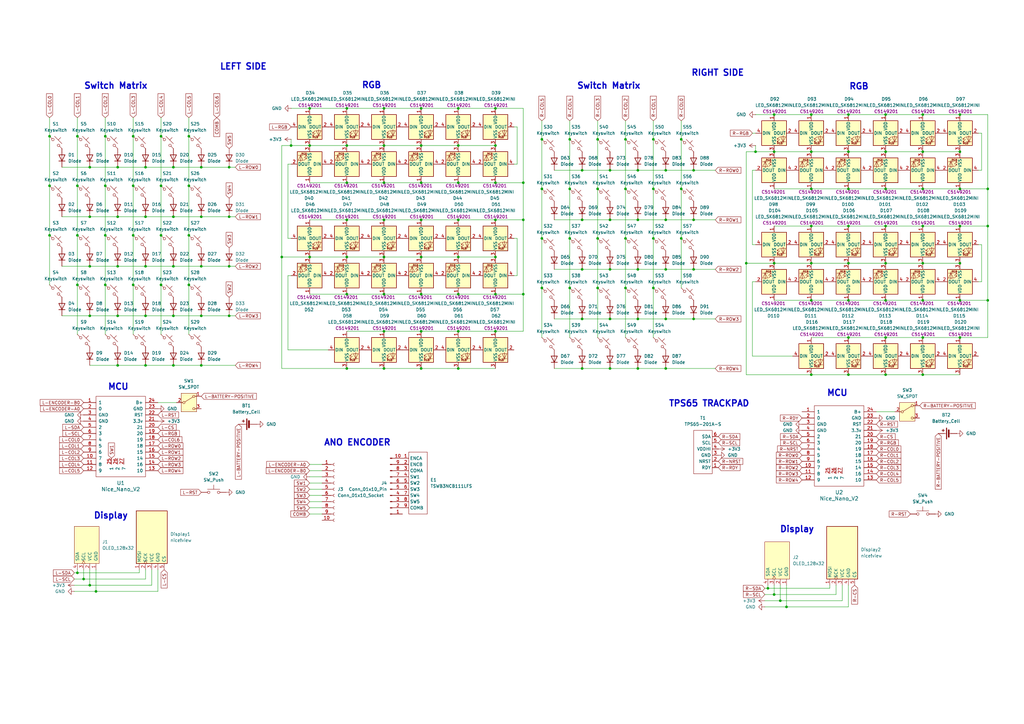
<source format=kicad_sch>
(kicad_sch (version 20250114) (generator "eeschema") (generator_version "9.0")
  (paper "A3")
  (text "TPS65 TRACKPAD\n" (at 290.83 165.608 0) (effects (font (size 2.54 2.54) (thickness 0.508) (bold yes))))
  (text "Display\n" (at 45.466 211.582 0) (effects (font (size 2.54 2.54) (thickness 0.508) (bold yes))))
  (text "MCU" (at 48.514 158.75 0) (effects (font (size 2.54 2.54) (thickness 0.508) (bold yes))))
  (text "ANO ENCODER" (at 146.558 181.61 0) (effects (font (size 2.54 2.54) (thickness 0.508) (bold yes))))
  (text "RIGHT SIDE" (at 294.386 29.972 0) (effects (font (size 2.54 2.54) (thickness 0.508) (bold yes))))
  (text "Switch Matrix\n\n" (at 47.498 37.338 0) (effects (font (size 2.54 2.54) (thickness 0.508) (bold yes))))
  (text "RGB" (at 352.298 35.56 0) (effects (font (size 2.54 2.54) (thickness 0.508) (bold yes))))
  (text "MCU" (at 343.408 161.29 0) (effects (font (size 2.54 2.54) (thickness 0.508) (bold yes))))
  (text "Switch Matrix\n\n" (at 249.682 37.338 0) (effects (font (size 2.54 2.54) (thickness 0.508) (bold yes))))
  (text "LEFT SIDE" (at 99.822 27.432 0) (effects (font (size 2.54 2.54) (thickness 0.508) (bold yes))))
  (text "RGB" (at 152.4 35.052 0) (effects (font (size 2.54 2.54) (thickness 0.508) (bold yes))))
  (text "Display\n" (at 326.898 217.17 0) (effects (font (size 2.54 2.54) (thickness 0.508) (bold yes))))
  (junction (at 66.04 76.2))
  (junction (at 347.98 92.71))
  (junction (at 233.68 77.47))
  (junction (at 39.37 242.57))
  (junction (at 363.22 138.43))
  (junction (at 54.61 116.84))
  (junction (at 238.76 69.85))
  (junction (at 256.54 57.15))
  (junction (at 77.47 76.2))
  (junction (at 267.97 97.79))
  (junction (at 36.83 68.58))
  (junction (at 314.96 241.3))
  (junction (at 347.98 138.43))
  (junction (at 405.13 123.19))
  (junction (at 393.7 77.47))
  (junction (at 347.98 153.67))
  (junction (at 157.48 90.17))
  (junction (at 238.76 90.17))
  (junction (at 332.74 153.67))
  (junction (at 54.61 96.52))
  (junction (at 250.19 69.85))
  (junction (at 203.2 105.41))
  (junction (at 261.62 69.85))
  (junction (at 214.63 120.65))
  (junction (at 322.58 248.92))
  (junction (at 256.54 97.79))
  (junction (at 48.26 88.9))
  (junction (at 142.24 120.65))
  (junction (at 363.22 107.95))
  (junction (at 320.04 246.38))
  (junction (at 127 44.45))
  (junction (at 214.63 74.93))
  (junction (at 48.26 149.86))
  (junction (at 157.48 74.93))
  (junction (at 250.19 151.13))
  (junction (at 233.68 57.15))
  (junction (at 378.46 46.99))
  (junction (at 187.96 74.93))
  (junction (at 378.46 123.19))
  (junction (at 77.47 96.52))
  (junction (at 233.68 118.11))
  (junction (at 250.19 130.81))
  (junction (at 93.98 68.58))
  (junction (at 378.46 92.71))
  (junction (at 332.74 107.95))
  (junction (at 93.98 88.9))
  (junction (at 187.96 135.89))
  (junction (at 250.19 110.49))
  (junction (at 347.98 62.23))
  (junction (at 256.54 77.47))
  (junction (at 77.47 116.84))
  (junction (at 284.48 90.17))
  (junction (at 187.96 105.41))
  (junction (at 187.96 90.17))
  (junction (at 54.61 55.88))
  (junction (at 142.24 151.13))
  (junction (at 393.7 123.19))
  (junction (at 317.5 46.99))
  (junction (at 273.05 69.85))
  (junction (at 273.05 130.81))
  (junction (at 214.63 90.17))
  (junction (at 245.11 77.47))
  (junction (at 261.62 151.13))
  (junction (at 378.46 62.23))
  (junction (at 172.72 59.69))
  (junction (at 405.13 92.71))
  (junction (at 187.96 44.45))
  (junction (at 393.7 62.23))
  (junction (at 250.19 90.17))
  (junction (at 172.72 44.45))
  (junction (at 317.5 243.84))
  (junction (at 157.48 120.65))
  (junction (at 127 59.69))
  (junction (at 20.32 76.2))
  (junction (at 363.22 123.19))
  (junction (at 59.69 68.58))
  (junction (at 203.2 90.17))
  (junction (at 261.62 110.49))
  (junction (at 347.98 123.19))
  (junction (at 245.11 57.15))
  (junction (at 34.29 237.49))
  (junction (at 393.7 138.43))
  (junction (at 119.38 59.69))
  (junction (at 363.22 153.67))
  (junction (at 172.72 120.65))
  (junction (at 378.46 153.67))
  (junction (at 261.62 90.17))
  (junction (at 347.98 107.95))
  (junction (at 306.07 107.95))
  (junction (at 309.88 62.23))
  (junction (at 378.46 138.43))
  (junction (at 203.2 120.65))
  (junction (at 172.72 151.13))
  (junction (at 36.83 109.22))
  (junction (at 203.2 74.93))
  (junction (at 245.11 97.79))
  (junction (at 48.26 68.58))
  (junction (at 48.26 109.22))
  (junction (at 142.24 105.41))
  (junction (at 233.68 97.79))
  (junction (at 203.2 59.69))
  (junction (at 59.69 88.9))
  (junction (at 142.24 90.17))
  (junction (at 267.97 57.15))
  (junction (at 347.98 77.47))
  (junction (at 393.7 92.71))
  (junction (at 20.32 96.52))
  (junction (at 142.24 44.45))
  (junction (at 66.04 55.88))
  (junction (at 332.74 123.19))
  (junction (at 36.83 129.54))
  (junction (at 405.13 77.47))
  (junction (at 82.55 88.9))
  (junction (at 172.72 105.41))
  (junction (at 393.7 46.99))
  (junction (at 261.62 130.81))
  (junction (at 203.2 44.45))
  (junction (at 363.22 46.99))
  (junction (at 59.69 129.54))
  (junction (at 187.96 151.13))
  (junction (at 71.12 129.54))
  (junction (at 71.12 68.58))
  (junction (at 48.26 129.54))
  (junction (at 245.11 118.11))
  (junction (at 267.97 118.11))
  (junction (at 157.48 135.89))
  (junction (at 273.05 151.13))
  (junction (at 31.75 76.2))
  (junction (at 222.25 118.11))
  (junction (at 142.24 74.93))
  (junction (at 43.18 116.84))
  (junction (at 77.47 55.88))
  (junction (at 82.55 109.22))
  (junction (at 157.48 59.69))
  (junction (at 256.54 118.11))
  (junction (at 187.96 59.69))
  (junction (at 363.22 62.23))
  (junction (at 222.25 57.15))
  (junction (at 54.61 76.2))
  (junction (at 332.74 46.99))
  (junction (at 273.05 90.17))
  (junction (at 279.4 77.47))
  (junction (at 66.04 116.84))
  (junction (at 284.48 69.85))
  (junction (at 157.48 44.45))
  (junction (at 267.97 77.47))
  (junction (at 378.46 77.47))
  (junction (at 279.4 57.15))
  (junction (at 273.05 110.49))
  (junction (at 172.72 90.17))
  (junction (at 284.48 110.49))
  (junction (at 31.75 116.84))
  (junction (at 20.32 55.88))
  (junction (at 59.69 149.86))
  (junction (at 142.24 59.69))
  (junction (at 203.2 135.89))
  (junction (at 238.76 110.49))
  (junction (at 332.74 92.71))
  (junction (at 363.22 77.47))
  (junction (at 238.76 151.13))
  (junction (at 363.22 92.71))
  (junction (at 332.74 77.47))
  (junction (at 66.04 96.52))
  (junction (at 31.75 96.52))
  (junction (at 378.46 107.95))
  (junction (at 31.75 55.88))
  (junction (at 284.48 130.81))
  (junction (at 43.18 55.88))
  (junction (at 36.83 88.9))
  (junction (at 36.83 240.03))
  (junction (at 93.98 129.54))
  (junction (at 347.98 46.99))
  (junction (at 222.25 77.47))
  (junction (at 82.55 149.86))
  (junction (at 157.48 151.13))
  (junction (at 43.18 96.52))
  (junction (at 332.74 62.23))
  (junction (at 279.4 97.79))
  (junction (at 93.98 109.22))
  (junction (at 115.57 105.41))
  (junction (at 59.69 109.22))
  (junction (at 71.12 109.22))
  (junction (at 71.12 149.86))
  (junction (at 71.12 88.9))
  (junction (at 317.5 107.95))
  (junction (at 172.72 135.89))
  (junction (at 172.72 74.93))
  (junction (at 238.76 130.81))
  (junction (at 31.75 234.95))
  (junction (at 187.96 120.65))
  (junction (at 317.5 62.23))
  (junction (at 82.55 129.54))
  (junction (at 393.7 107.95))
  (junction (at 157.48 105.41))
  (junction (at 82.55 68.58))
  (junction (at 127 105.41))
  (junction (at 222.25 97.79))
  (junction (at 43.18 76.2))
  (wire (pts (xy 132.08 205.74) (xy 127 205.74)))
  (wire (pts (xy 77.47 76.2) (xy 77.47 96.52)))
  (wire (pts (xy 378.46 153.67) (xy 393.7 153.67)))
  (wire (pts (xy 273.05 130.81) (xy 284.48 130.81)))
  (wire (pts (xy 402.59 115.57) (xy 401.32 115.57)))
  (wire (pts (xy 317.5 107.95) (xy 306.07 107.95)))
  (wire (pts (xy 347.98 77.47) (xy 332.74 77.47)))
  (wire (pts (xy 119.38 113.03) (xy 118.11 113.03)))
  (wire (pts (xy 261.62 90.17) (xy 273.05 90.17)))
  (wire (pts (xy 245.11 97.79) (xy 245.11 118.11)))
  (wire (pts (xy 214.63 44.45) (xy 214.63 74.93)))
  (wire (pts (xy 157.48 74.93) (xy 142.24 74.93)))
  (wire (pts (xy 96.52 149.86) (xy 82.55 149.86)))
  (wire (pts (xy 43.18 55.88) (xy 43.18 76.2)))
  (wire (pts (xy 54.61 76.2) (xy 54.61 96.52)))
  (wire (pts (xy 363.22 62.23) (xy 378.46 62.23)))
  (wire (pts (xy 20.32 96.52) (xy 20.32 116.84)))
  (wire (pts (xy 157.48 135.89) (xy 172.72 135.89)))
  (wire (pts (xy 250.19 130.81) (xy 261.62 130.81)))
  (wire (pts (xy 405.13 46.99) (xy 405.13 77.47)))
  (wire (pts (xy 378.46 77.47) (xy 363.22 77.47)))
  (wire (pts (xy 393.7 77.47) (xy 378.46 77.47)))
  (wire (pts (xy 96.52 109.22) (xy 93.98 109.22)))
  (wire (pts (xy 363.22 138.43) (xy 378.46 138.43)))
  (wire (pts (xy 378.46 62.23) (xy 393.7 62.23)))
  (wire (pts (xy 59.69 149.86) (xy 71.12 149.86)))
  (wire (pts (xy 71.12 68.58) (xy 82.55 68.58)))
  (wire (pts (xy 142.24 135.89) (xy 157.48 135.89)))
  (wire (pts (xy 118.11 97.79) (xy 119.38 97.79)))
  (wire (pts (xy 142.24 151.13) (xy 157.48 151.13)))
  (wire (pts (xy 187.96 44.45) (xy 203.2 44.45)))
  (wire (pts (xy 43.18 76.2) (xy 43.18 96.52)))
  (wire (pts (xy 118.11 67.31) (xy 119.38 67.31)))
  (wire (pts (xy 222.25 97.79) (xy 222.25 118.11)))
  (wire (pts (xy 187.96 120.65) (xy 172.72 120.65)))
  (wire (pts (xy 172.72 105.41) (xy 157.48 105.41)))
  (wire (pts (xy 172.72 74.93) (xy 157.48 74.93)))
  (wire (pts (xy 142.24 105.41) (xy 127 105.41)))
  (wire (pts (xy 203.2 74.93) (xy 214.63 74.93)))
  (wire (pts (xy 402.59 54.61) (xy 402.59 69.85)))
  (wire (pts (xy 132.08 195.58) (xy 127 195.58)))
  (wire (pts (xy 214.63 90.17) (xy 214.63 120.65)))
  (wire (pts (xy 245.11 118.11) (xy 245.11 138.43)))
  (wire (pts (xy 233.68 57.15) (xy 233.68 77.47)))
  (wire (pts (xy 306.07 62.23) (xy 309.88 62.23)))
  (wire (pts (xy 43.18 96.52) (xy 43.18 116.84)))
  (wire (pts (xy 142.24 90.17) (xy 157.48 90.17)))
  (wire (pts (xy 214.63 74.93) (xy 214.63 90.17)))
  (wire (pts (xy 261.62 151.13) (xy 273.05 151.13)))
  (wire (pts (xy 203.2 120.65) (xy 187.96 120.65)))
  (wire (pts (xy 31.75 48.26) (xy 31.75 55.88)))
  (wire (pts (xy 157.48 105.41) (xy 142.24 105.41)))
  (wire (pts (xy 233.68 49.53) (xy 233.68 57.15)))
  (wire (pts (xy 227.33 90.17) (xy 238.76 90.17)))
  (wire (pts (xy 43.18 48.26) (xy 43.18 55.88)))
  (wire (pts (xy 25.4 129.54) (xy 36.83 129.54)))
  (wire (pts (xy 214.63 135.89) (xy 203.2 135.89)))
  (wire (pts (xy 227.33 151.13) (xy 238.76 151.13)))
  (wire (pts (xy 96.52 129.54) (xy 93.98 129.54)))
  (wire (pts (xy 119.38 57.15) (xy 119.38 59.69)))
  (wire (pts (xy 347.98 138.43) (xy 363.22 138.43)))
  (wire (pts (xy 293.37 90.17) (xy 284.48 90.17)))
  (wire (pts (xy 57.15 233.68) (xy 57.15 234.95)))
  (wire (pts (xy 308.61 69.85) (xy 309.88 69.85)))
  (wire (pts (xy 250.19 151.13) (xy 261.62 151.13)))
  (wire (pts (xy 308.61 69.85) (xy 308.61 100.33)))
  (wire (pts (xy 203.2 105.41) (xy 187.96 105.41)))
  (wire (pts (xy 245.11 57.15) (xy 245.11 77.47)))
  (wire (pts (xy 43.18 116.84) (xy 43.18 137.16)))
  (wire (pts (xy 256.54 118.11) (xy 256.54 138.43)))
  (wire (pts (xy 347.98 92.71) (xy 363.22 92.71)))
  (wire (pts (xy 279.4 57.15) (xy 279.4 77.47)))
  (wire (pts (xy 342.9 243.84) (xy 342.9 240.03)))
  (wire (pts (xy 142.24 44.45) (xy 157.48 44.45)))
  (wire (pts (xy 378.46 46.99) (xy 393.7 46.99)))
  (wire (pts (xy 340.36 240.03) (xy 340.36 241.3)))
  (wire (pts (xy 142.24 151.13) (xy 115.57 151.13)))
  (wire (pts (xy 48.26 109.22) (xy 59.69 109.22)))
  (wire (pts (xy 172.72 59.69) (xy 187.96 59.69)))
  (wire (pts (xy 82.55 68.58) (xy 93.98 68.58)))
  (wire (pts (xy 212.09 97.79) (xy 212.09 113.03)))
  (wire (pts (xy 233.68 77.47) (xy 233.68 97.79)))
  (wire (pts (xy 393.7 46.99) (xy 405.13 46.99)))
  (wire (pts (xy 157.48 151.13) (xy 172.72 151.13)))
  (wire (pts (xy 238.76 110.49) (xy 250.19 110.49)))
  (wire (pts (xy 30.48 240.03) (xy 36.83 240.03)))
  (wire (pts (xy 172.72 151.13) (xy 187.96 151.13)))
  (wire (pts (xy 157.48 44.45) (xy 172.72 44.45)))
  (wire (pts (xy 25.4 68.58) (xy 36.83 68.58)))
  (wire (pts (xy 187.96 90.17) (xy 203.2 90.17)))
  (wire (pts (xy 59.69 129.54) (xy 71.12 129.54)))
  (wire (pts (xy 77.47 116.84) (xy 77.47 137.16)))
  (wire (pts (xy 378.46 138.43) (xy 393.7 138.43)))
  (wire (pts (xy 25.4 109.22) (xy 36.83 109.22)))
  (wire (pts (xy 132.08 203.2) (xy 127 203.2)))
  (wire (pts (xy 363.22 92.71) (xy 378.46 92.71)))
  (wire (pts (xy 31.75 76.2) (xy 31.75 96.52)))
  (wire (pts (xy 172.72 90.17) (xy 187.96 90.17)))
  (wire (pts (xy 250.19 110.49) (xy 261.62 110.49)))
  (wire (pts (xy 347.98 62.23) (xy 332.74 62.23)))
  (wire (pts (xy 332.74 138.43) (xy 347.98 138.43)))
  (wire (pts (xy 64.77 165.1) (xy 72.39 165.1)))
  (wire (pts (xy 36.83 68.58) (xy 48.26 68.58)))
  (wire (pts (xy 54.61 48.26) (xy 54.61 55.88)))
  (wire (pts (xy 317.5 46.99) (xy 332.74 46.99)))
  (wire (pts (xy 261.62 130.81) (xy 273.05 130.81)))
  (wire (pts (xy 115.57 105.41) (xy 115.57 59.69)))
  (wire (pts (xy 401.32 100.33) (xy 402.59 100.33)))
  (wire (pts (xy 332.74 123.19) (xy 317.5 123.19)))
  (wire (pts (xy 250.19 90.17) (xy 261.62 90.17)))
  (wire (pts (xy 203.2 120.65) (xy 214.63 120.65)))
  (wire (pts (xy 93.98 129.54) (xy 82.55 129.54)))
  (wire (pts (xy 115.57 59.69) (xy 119.38 59.69)))
  (wire (pts (xy 34.29 237.49) (xy 59.69 237.49)))
  (wire (pts (xy 30.48 234.95) (xy 31.75 234.95)))
  (wire (pts (xy 66.04 48.26) (xy 66.04 55.88)))
  (wire (pts (xy 308.61 115.57) (xy 308.61 146.05)))
  (wire (pts (xy 187.96 59.69) (xy 203.2 59.69)))
  (wire (pts (xy 320.04 246.38) (xy 345.44 246.38)))
  (wire (pts (xy 132.08 210.82) (xy 127 210.82)))
  (wire (pts (xy 214.63 90.17) (xy 203.2 90.17)))
  (wire (pts (xy 48.26 88.9) (xy 59.69 88.9)))
  (wire (pts (xy 36.83 129.54) (xy 48.26 129.54)))
  (wire (pts (xy 71.12 109.22) (xy 82.55 109.22)))
  (wire (pts (xy 157.48 120.65) (xy 142.24 120.65)))
  (wire (pts (xy 172.72 120.65) (xy 157.48 120.65)))
  (wire (pts (xy 347.98 62.23) (xy 363.22 62.23)))
  (wire (pts (xy 36.83 149.86) (xy 48.26 149.86)))
  (wire (pts (xy 132.08 200.66) (xy 127 200.66)))
  (wire (pts (xy 238.76 90.17) (xy 250.19 90.17)))
  (wire (pts (xy 187.96 74.93) (xy 172.72 74.93)))
  (wire (pts (xy 317.5 243.84) (xy 342.9 243.84)))
  (wire (pts (xy 267.97 118.11) (xy 267.97 138.43)))
  (wire (pts (xy 267.97 57.15) (xy 267.97 77.47)))
  (wire (pts (xy 222.25 118.11) (xy 222.25 138.43)))
  (wire (pts (xy 31.75 233.68) (xy 31.75 234.95)))
  (wire (pts (xy 347.98 240.03) (xy 347.98 248.92)))
  (wire (pts (xy 172.72 105.41) (xy 187.96 105.41)))
  (wire (pts (xy 25.4 88.9) (xy 36.83 88.9)))
  (wire (pts (xy 273.05 110.49) (xy 284.48 110.49)))
  (wire (pts (xy 363.22 123.19) (xy 347.98 123.19)))
  (wire (pts (xy 402.59 54.61) (xy 401.32 54.61)))
  (wire (pts (xy 317.5 240.03) (xy 317.5 243.84)))
  (wire (pts (xy 393.7 77.47) (xy 405.13 77.47)))
  (wire (pts (xy 332.74 107.95) (xy 317.5 107.95)))
  (wire (pts (xy 39.37 242.57) (xy 39.37 233.68)))
  (wire (pts (xy 306.07 107.95) (xy 306.07 62.23)))
  (wire (pts (xy 30.48 237.49) (xy 34.29 237.49)))
  (wire (pts (xy 36.83 109.22) (xy 48.26 109.22)))
  (wire (pts (xy 267.97 97.79) (xy 267.97 118.11)))
  (wire (pts (xy 203.2 74.93) (xy 187.96 74.93)))
  (wire (pts (xy 250.19 69.85) (xy 261.62 69.85)))
  (wire (pts (xy 59.69 88.9) (xy 71.12 88.9)))
  (wire (pts (xy 187.96 151.13) (xy 203.2 151.13)))
  (wire (pts (xy 222.25 57.15) (xy 222.25 77.47)))
  (wire (pts (xy 322.58 248.92) (xy 322.58 240.03)))
  (wire (pts (xy 36.83 88.9) (xy 48.26 88.9)))
  (wire (pts (xy 233.68 97.79) (xy 233.68 118.11)))
  (wire (pts (xy 71.12 129.54) (xy 82.55 129.54)))
  (wire (pts (xy 405.13 92.71) (xy 405.13 123.19)))
  (wire (pts (xy 273.05 69.85) (xy 284.48 69.85)))
  (wire (pts (xy 320.04 240.03) (xy 320.04 246.38)))
  (wire (pts (xy 77.47 96.52) (xy 77.47 116.84)))
  (wire (pts (xy 238.76 69.85) (xy 250.19 69.85)))
  (wire (pts (xy 31.75 96.52) (xy 31.75 116.84)))
  (wire (pts (xy 118.11 113.03) (xy 118.11 143.51)))
  (wire (pts (xy 347.98 46.99) (xy 363.22 46.99)))
  (wire (pts (xy 402.59 69.85) (xy 401.32 69.85)))
  (wire (pts (xy 157.48 59.69) (xy 172.72 59.69)))
  (wire (pts (xy 31.75 116.84) (xy 31.75 137.16)))
  (wire (pts (xy 309.88 59.69) (xy 309.88 62.23)))
  (wire (pts (xy 93.98 109.22) (xy 82.55 109.22)))
  (wire (pts (xy 66.04 96.52) (xy 66.04 116.84)))
  (wire (pts (xy 64.77 233.68) (xy 64.77 242.57)))
  (wire (pts (xy 36.83 233.68) (xy 36.83 240.03)))
  (wire (pts (xy 345.44 246.38) (xy 345.44 240.03)))
  (wire (pts (xy 210.82 97.79) (xy 212.09 97.79)))
  (wire (pts (xy 214.63 120.65) (xy 214.63 135.89)))
  (wire (pts (xy 59.69 109.22) (xy 71.12 109.22)))
  (wire (pts (xy 340.36 241.3) (xy 314.96 241.3)))
  (wire (pts (xy 34.29 233.68) (xy 34.29 237.49)))
  (wire (pts (xy 347.98 153.67) (xy 363.22 153.67)))
  (wire (pts (xy 48.26 129.54) (xy 59.69 129.54)))
  (wire (pts (xy 317.5 62.23) (xy 332.74 62.23)))
  (wire (pts (xy 64.77 242.57) (xy 39.37 242.57)))
  (wire (pts (xy 405.13 92.71) (xy 393.7 92.71)))
  (wire (pts (xy 212.09 113.03) (xy 210.82 113.03)))
  (wire (pts (xy 212.09 67.31) (xy 210.82 67.31)))
  (wire (pts (xy 267.97 49.53) (xy 267.97 57.15)))
  (wire (pts (xy 363.22 46.99) (xy 378.46 46.99)))
  (wire (pts (xy 62.23 240.03) (xy 62.23 233.68)))
  (wire (pts (xy 279.4 77.47) (xy 279.4 97.79)))
  (wire (pts (xy 378.46 123.19) (xy 363.22 123.19)))
  (wire (pts (xy 332.74 92.71) (xy 347.98 92.71)))
  (wire (pts (xy 115.57 105.41) (xy 115.57 151.13)))
  (wire (pts (xy 313.69 243.84) (xy 317.5 243.84)))
  (wire (pts (xy 261.62 110.49) (xy 273.05 110.49)))
  (wire (pts (xy 238.76 130.81) (xy 250.19 130.81)))
  (wire (pts (xy 256.54 57.15) (xy 256.54 77.47)))
  (wire (pts (xy 309.88 115.57) (xy 308.61 115.57)))
  (wire (pts (xy 132.08 208.28) (xy 127 208.28)))
  (wire (pts (xy 59.69 68.58) (xy 71.12 68.58)))
  (wire (pts (xy 256.54 49.53) (xy 256.54 57.15)))
  (wire (pts (xy 212.09 52.07) (xy 210.82 52.07)))
  (wire (pts (xy 267.97 77.47) (xy 267.97 97.79)))
  (wire (pts (xy 306.07 107.95) (xy 306.07 153.67)))
  (wire (pts (xy 96.52 88.9) (xy 93.98 88.9)))
  (wire (pts (xy 127 59.69) (xy 142.24 59.69)))
  (wire (pts (xy 119.38 44.45) (xy 127 44.45)))
  (wire (pts (xy 284.48 69.85) (xy 293.37 69.85)))
  (wire (pts (xy 347.98 107.95) (xy 332.74 107.95)))
  (wire (pts (xy 309.88 46.99) (xy 317.5 46.99)))
  (wire (pts (xy 127 90.17) (xy 142.24 90.17)))
  (wire (pts (xy 132.08 193.04) (xy 127 193.04)))
  (wire (pts (xy 256.54 97.79) (xy 256.54 118.11)))
  (wire (pts (xy 142.24 74.93) (xy 127 74.93)))
  (wire (pts (xy 127 44.45) (xy 142.24 44.45)))
  (wire (pts (xy 157.48 59.69) (xy 142.24 59.69)))
  (wire (pts (xy 20.32 48.26) (xy 20.32 55.88)))
  (wire (pts (xy 203.2 44.45) (xy 214.63 44.45)))
  (wire (pts (xy 393.7 123.19) (xy 378.46 123.19)))
  (wire (pts (xy 157.48 90.17) (xy 172.72 90.17)))
  (wire (pts (xy 54.61 96.52) (xy 54.61 116.84)))
  (wire (pts (xy 222.25 77.47) (xy 222.25 97.79)))
  (wire (pts (xy 378.46 92.71) (xy 393.7 92.71)))
  (wire (pts (xy 261.62 69.85) (xy 273.05 69.85)))
  (wire (pts (xy 313.69 248.92) (xy 322.58 248.92)))
  (wire (pts (xy 59.69 237.49) (xy 59.69 233.68)))
  (wire (pts (xy 66.04 76.2) (xy 66.04 96.52)))
  (wire (pts (xy 393.7 123.19) (xy 405.13 123.19)))
  (wire (pts (xy 359.41 168.91) (xy 367.03 168.91)))
  (wire (pts (xy 293.37 130.81) (xy 284.48 130.81)))
  (wire (pts (xy 405.13 138.43) (xy 393.7 138.43)))
  (wire (pts (xy 405.13 77.47) (xy 405.13 92.71)))
  (wire (pts (xy 308.61 100.33) (xy 309.88 100.33)))
  (wire (pts (xy 227.33 69.85) (xy 238.76 69.85)))
  (wire (pts (xy 245.11 49.53) (xy 245.11 57.15)))
  (wire (pts (xy 172.72 44.45) (xy 187.96 44.45)))
  (wire (pts (xy 363.22 77.47) (xy 347.98 77.47)))
  (wire (pts (xy 93.98 88.9) (xy 82.55 88.9)))
  (wire (pts (xy 256.54 77.47) (xy 256.54 97.79)))
  (wire (pts (xy 48.26 149.86) (xy 59.69 149.86)))
  (wire (pts (xy 132.08 198.12) (xy 127 198.12)))
  (wire (pts (xy 36.83 240.03) (xy 62.23 240.03)))
  (wire (pts (xy 233.68 118.11) (xy 233.68 138.43)))
  (wire (pts (xy 20.32 76.2) (xy 20.32 96.52)))
  (wire (pts (xy 227.33 130.81) (xy 238.76 130.81)))
  (wire (pts (xy 20.32 55.88) (xy 20.32 76.2)))
  (wire (pts (xy 48.26 68.58) (xy 59.69 68.58)))
  (wire (pts (xy 363.22 153.67) (xy 378.46 153.67)))
  (wire (pts (xy 313.69 241.3) (xy 314.96 241.3)))
  (wire (pts (xy 77.47 48.26) (xy 77.47 55.88)))
  (wire (pts (xy 279.4 49.53) (xy 279.4 57.15)))
  (wire (pts (xy 332.74 77.47) (xy 317.5 77.47)))
  (wire (pts (xy 77.47 55.88) (xy 77.47 76.2)))
  (wire (pts (xy 309.88 62.23) (xy 317.5 62.23)))
  (wire (pts (xy 317.5 92.71) (xy 332.74 92.71)))
  (wire (pts (xy 66.04 55.88) (xy 66.04 76.2)))
  (wire (pts (xy 71.12 149.86) (xy 82.55 149.86)))
  (wire (pts (xy 309.88 54.61) (xy 308.61 54.61)))
  (wire (pts (xy 245.11 77.47) (xy 245.11 97.79)))
  (wire (pts (xy 31.75 55.88) (xy 31.75 76.2)))
  (wire (pts (xy 57.15 234.95) (xy 31.75 234.95)))
  (wire (pts (xy 142.24 120.65) (xy 127 120.65)))
  (wire (pts (xy 308.61 146.05) (xy 325.12 146.05)))
  (wire (pts (xy 119.38 59.69) (xy 127 59.69)))
  (wire (pts (xy 347.98 248.92) (xy 322.58 248.92)))
  (wire (pts (xy 71.12 88.9) (xy 82.55 88.9)))
  (wire (pts (xy 127 105.41) (xy 115.57 105.41)))
  (wire (pts (xy 405.13 123.19) (xy 405.13 138.43)))
  (wire (pts (xy 238.76 151.13) (xy 250.19 151.13)))
  (wire (pts (xy 212.09 52.07) (xy 212.09 67.31)))
  (wire (pts (xy 314.96 240.03) (xy 314.96 241.3)))
  (wire (pts (xy 187.96 135.89) (xy 203.2 135.89)))
  (wire (pts (xy 66.04 116.84) (xy 66.04 137.16)))
  (wire (pts (xy 132.08 190.5) (xy 127 190.5)))
  (wire (pts (xy 273.05 90.17) (xy 284.48 90.17)))
  (wire (pts (xy 332.74 153.67) (xy 347.98 153.67)))
  (wire (pts (xy 332.74 153.67) (xy 306.07 153.67)))
  (wire (pts (xy 393.7 107.95) (xy 378.46 107.95)))
  (wire (pts (xy 93.98 68.58) (xy 96.52 68.58)))
  (wire (pts (xy 363.22 107.95) (xy 378.46 107.95)))
  (wire (pts (xy 279.4 97.79) (xy 279.4 118.11)))
  (wire (pts (xy 54.61 55.88) (xy 54.61 76.2)))
  (wire (pts (xy 347.98 123.19) (xy 332.74 123.19)))
  (wire (pts (xy 332.74 46.99) (xy 347.98 46.99)))
  (wire (pts (xy 118.11 67.31) (xy 118.11 97.79)))
  (wire (pts (xy 30.48 242.57) (xy 39.37 242.57)))
  (wire (pts (xy 402.59 100.33) (xy 402.59 115.57)))
  (wire (pts (xy 293.37 151.13) (xy 273.05 151.13)))
  (wire (pts (xy 54.61 116.84) (xy 54.61 137.16)))
  (wire (pts (xy 313.69 246.38) (xy 320.04 246.38)))
  (wire (pts (xy 293.37 110.49) (xy 284.48 110.49)))
  (wire (pts (xy 172.72 135.89) (xy 187.96 135.89)))
  (wire (pts (xy 363.22 107.95) (xy 347.98 107.95)))
  (wire (pts (xy 118.11 143.51) (xy 134.62 143.51)))
  (wire (pts (xy 222.25 49.53) (xy 222.25 57.15)))
  (wire (pts (xy 227.33 110.49) (xy 238.76 110.49)))
  (global_label "L-ROW1" (shape input) (at 64.77 185.42 0) (property "Intersheetrefs" "${INTERSHEET_REFS}" (effects (hide yes))))
  (global_label "SW2" (shape input) (at 127 200.66 180) (property "Intersheetrefs" "${INTERSHEET_REFS}" (effects (hide yes))))
  (global_label "L-COL2" (shape input) (at 43.18 48.26 90) (property "Intersheetrefs" "${INTERSHEET_REFS}" (effects (hide yes))))
  (global_label "R-COL5" (shape input) (at 359.41 196.85 0) (property "Intersheetrefs" "${INTERSHEET_REFS}" (effects (hide yes))))
  (global_label "R-BATTERY-POSITIVE" (shape input) (at 384.81 177.8 270) (property "Intersheetrefs" "${INTERSHEET_REFS}" (effects (hide yes))))
  (global_label "L-RGB" (shape input) (at 64.77 177.8 0) (property "Intersheetrefs" "${INTERSHEET_REFS}" (effects (hide yes))))
  (global_label "R-COL2" (shape input) (at 359.41 189.23 0) (property "Intersheetrefs" "${INTERSHEET_REFS}" (effects (hide yes))))
  (global_label "L-ROW3" (shape input) (at 64.77 190.5 0) (property "Intersheetrefs" "${INTERSHEET_REFS}" (effects (hide yes))))
  (global_label "L-RST" (shape input) (at 64.77 170.18 0) (property "Intersheetrefs" "${INTERSHEET_REFS}" (effects (hide yes))))
  (global_label "L-ENCODER-A0" (shape input) (at 127 190.5 180) (property "Intersheetrefs" "${INTERSHEET_REFS}" (effects (hide yes))))
  (global_label "R-ROW0" (shape input) (at 293.37 69.85 0) (property "Intersheetrefs" "${INTERSHEET_REFS}" (effects (hide yes))))
  (global_label "SW4" (shape input) (at 93.98 81.28 90) (property "Intersheetrefs" "${INTERSHEET_REFS}" (effects (hide yes))))
  (global_label "COMB" (shape input) (at 88.9 48.26 270) (property "Intersheetrefs" "${INTERSHEET_REFS}" (effects (hide yes))))
  (global_label "L-BATTERY-POSITIVE" (shape input) (at 82.55 162.56 0) (property "Intersheetrefs" "${INTERSHEET_REFS}" (effects (hide yes))))
  (global_label "R-SCL" (shape input) (at 313.69 243.84 180) (property "Intersheetrefs" "${INTERSHEET_REFS}" (effects (hide yes))))
  (global_label "SW5" (shape input) (at 93.98 60.96 90) (property "Intersheetrefs" "${INTERSHEET_REFS}" (effects (hide yes))))
  (global_label "L-COL4" (shape input) (at 34.29 190.5 180) (property "Intersheetrefs" "${INTERSHEET_REFS}" (effects (hide yes))))
  (global_label "L-ROW4" (shape input) (at 96.52 149.86 0) (property "Intersheetrefs" "${INTERSHEET_REFS}" (effects (hide yes))))
  (global_label "SW1" (shape input) (at 45.72 187.96 90) (property "Intersheetrefs" "${INTERSHEET_REFS}" (effects (hide yes))))
  (global_label "L-SCL" (shape input) (at 30.48 237.49 180) (property "Intersheetrefs" "${INTERSHEET_REFS}" (effects (hide yes))))
  (global_label "L-RGB" (shape input) (at 119.38 52.07 180) (property "Intersheetrefs" "${INTERSHEET_REFS}" (effects (hide yes))))
  (global_label "SW1" (shape input) (at 127 198.12 180) (property "Intersheetrefs" "${INTERSHEET_REFS}" (effects (hide yes))))
  (global_label "R-RGB" (shape input) (at 308.61 54.61 180) (property "Intersheetrefs" "${INTERSHEET_REFS}" (effects (hide yes))))
  (global_label "R-NRST" (shape input) (at 328.93 184.15 180) (property "Intersheetrefs" "${INTERSHEET_REFS}" (effects (hide yes))))
  (global_label "L-ROW0" (shape input) (at 96.52 68.58 0) (property "Intersheetrefs" "${INTERSHEET_REFS}" (effects (hide yes))))
  (global_label "R-ROW3" (shape input) (at 328.93 194.31 180) (property "Intersheetrefs" "${INTERSHEET_REFS}" (effects (hide yes))))
  (global_label "R-COL1" (shape input) (at 359.41 186.69 0) (property "Intersheetrefs" "${INTERSHEET_REFS}" (effects (hide yes))))
  (global_label "R-BATTERY-POSITIVE" (shape input) (at 377.19 166.37 0) (property "Intersheetrefs" "${INTERSHEET_REFS}" (effects (hide yes))))
  (global_label "R-COL0" (shape input) (at 279.4 49.53 90) (property "Intersheetrefs" "${INTERSHEET_REFS}" (effects (hide yes))))
  (global_label "L-COL5" (shape input) (at 34.29 193.04 180) (property "Intersheetrefs" "${INTERSHEET_REFS}" (effects (hide yes))))
  (global_label "COMB" (shape input) (at 127 210.82 180) (property "Intersheetrefs" "${INTERSHEET_REFS}" (effects (hide yes))))
  (global_label "R-ROW1" (shape input) (at 328.93 189.23 180) (property "Intersheetrefs" "${INTERSHEET_REFS}" (effects (hide yes))))
  (global_label "L-ROW4" (shape input) (at 64.77 193.04 0) (property "Intersheetrefs" "${INTERSHEET_REFS}" (effects (hide yes))))
  (global_label "L-ENCODER-B0" (shape input) (at 127 193.04 180) (property "Intersheetrefs" "${INTERSHEET_REFS}" (effects (hide yes))))
  (global_label "L-COL2" (shape input) (at 34.29 185.42 180) (property "Intersheetrefs" "${INTERSHEET_REFS}" (effects (hide yes))))
  (global_label "L-ROW2" (shape input) (at 96.52 109.22 0) (property "Intersheetrefs" "${INTERSHEET_REFS}" (effects (hide yes))))
  (global_label "R-CS" (shape input) (at 359.41 179.07 0) (property "Intersheetrefs" "${INTERSHEET_REFS}" (effects (hide yes))))
  (global_label "L-COL0" (shape input) (at 34.29 180.34 180) (property "Intersheetrefs" "${INTERSHEET_REFS}" (effects (hide yes))))
  (global_label "L-ROW3" (shape input) (at 96.52 129.54 0) (property "Intersheetrefs" "${INTERSHEET_REFS}" (effects (hide yes))))
  (global_label "R-SDA" (shape input) (at 313.69 241.3 180) (property "Intersheetrefs" "${INTERSHEET_REFS}" (effects (hide yes))))
  (global_label "L-SDA" (shape input) (at 30.48 234.95 180) (property "Intersheetrefs" "${INTERSHEET_REFS}" (effects (hide yes))))
  (global_label "R-ROW4" (shape input) (at 293.37 151.13 0) (property "Intersheetrefs" "${INTERSHEET_REFS}" (effects (hide yes))))
  (global_label "R-COL2" (shape input) (at 256.54 49.53 90) (property "Intersheetrefs" "${INTERSHEET_REFS}" (effects (hide yes))))
  (global_label "L-COL3" (shape input) (at 54.61 48.26 90) (property "Intersheetrefs" "${INTERSHEET_REFS}" (effects (hide yes))))
  (global_label "R-SCL" (shape input) (at 294.64 181.61 0) (property "Intersheetrefs" "${INTERSHEET_REFS}" (effects (hide yes))))
  (global_label "R-COL0" (shape input) (at 359.41 184.15 0) (property "Intersheetrefs" "${INTERSHEET_REFS}" (effects (hide yes))))
  (global_label "R-COL4" (shape input) (at 233.68 49.53 90) (property "Intersheetrefs" "${INTERSHEET_REFS}" (effects (hide yes))))
  (global_label "L-COL1" (shape input) (at 34.29 182.88 180) (property "Intersheetrefs" "${INTERSHEET_REFS}" (effects (hide yes))))
  (global_label "L-COL0" (shape input) (at 20.32 48.26 90) (property "Intersheetrefs" "${INTERSHEET_REFS}" (effects (hide yes))))
  (global_label "R-ROW3" (shape input) (at 293.37 130.81 0) (property "Intersheetrefs" "${INTERSHEET_REFS}" (effects (hide yes))))
  (global_label "SW4" (shape input) (at 127 205.74 180) (property "Intersheetrefs" "${INTERSHEET_REFS}" (effects (hide yes))))
  (global_label "L-SCL" (shape input) (at 34.29 177.8 180) (property "Intersheetrefs" "${INTERSHEET_REFS}" (effects (hide yes))))
  (global_label "R-COL4" (shape input) (at 359.41 194.31 0) (property "Intersheetrefs" "${INTERSHEET_REFS}" (effects (hide yes))))
  (global_label "R-ROW2" (shape input) (at 328.93 191.77 180) (property "Intersheetrefs" "${INTERSHEET_REFS}" (effects (hide yes))))
  (global_label "L-ENCODER-B0" (shape input) (at 34.29 165.1 180) (property "Intersheetrefs" "${INTERSHEET_REFS}" (effects (hide yes))))
  (global_label "SW2" (shape input) (at 93.98 121.92 90) (property "Intersheetrefs" "${INTERSHEET_REFS}" (effects (hide yes))))
  (global_label "R-CS" (shape input) (at 350.52 240.03 270) (property "Intersheetrefs" "${INTERSHEET_REFS}" (effects (hide yes))))
  (global_label "R-ROW0" (shape input) (at 328.93 186.69 180) (property "Intersheetrefs" "${INTERSHEET_REFS}" (effects (hide yes))))
  (global_label "L-ROW1" (shape input) (at 96.52 88.9 0) (property "Intersheetrefs" "${INTERSHEET_REFS}" (effects (hide yes))))
  (global_label "R-SCL" (shape input) (at 328.93 181.61 180) (property "Intersheetrefs" "${INTERSHEET_REFS}" (effects (hide yes))))
  (global_label "R-ROW1" (shape input) (at 293.37 90.17 0) (property "Intersheetrefs" "${INTERSHEET_REFS}" (effects (hide yes))))
  (global_label "R-RST" (shape input) (at 359.41 173.99 0) (property "Intersheetrefs" "${INTERSHEET_REFS}" (effects (hide yes))))
  (global_label "L-ENCODER-A0" (shape input) (at 34.29 167.64 180) (property "Intersheetrefs" "${INTERSHEET_REFS}" (effects (hide yes))))
  (global_label "L-COL6" (shape input) (at 88.9 48.26 90) (property "Intersheetrefs" "${INTERSHEET_REFS}" (effects (hide yes))))
  (global_label "L-COL3" (shape input) (at 34.29 187.96 180) (property "Intersheetrefs" "${INTERSHEET_REFS}" (effects (hide yes))))
  (global_label "SW3" (shape input) (at 93.98 101.6 90) (property "Intersheetrefs" "${INTERSHEET_REFS}" (effects (hide yes))))
  (global_label "SW3" (shape input) (at 127 203.2 180) (property "Intersheetrefs" "${INTERSHEET_REFS}" (effects (hide yes))))
  (global_label "L-COL1" (shape input) (at 31.75 48.26 90) (property "Intersheetrefs" "${INTERSHEET_REFS}" (effects (hide yes))))
  (global_label "R-ROW2" (shape input) (at 293.37 110.49 0) (property "Intersheetrefs" "${INTERSHEET_REFS}" (effects (hide yes))))
  (global_label "R-SDA" (shape input) (at 294.64 179.07 0) (property "Intersheetrefs" "${INTERSHEET_REFS}" (effects (hide yes))))
  (global_label "L-CS" (shape input) (at 64.77 175.26 0) (property "Intersheetrefs" "${INTERSHEET_REFS}" (effects (hide yes))))
  (global_label "L-COL5" (shape input) (at 77.47 48.26 90) (property "Intersheetrefs" "${INTERSHEET_REFS}" (effects (hide yes))))
  (global_label "R-ROW4" (shape input) (at 328.93 196.85 180) (property "Intersheetrefs" "${INTERSHEET_REFS}" (effects (hide yes))))
  (global_label "R-RST" (shape input) (at 373.38 210.82 180) (property "Intersheetrefs" "${INTERSHEET_REFS}" (effects (hide yes))))
  (global_label "R-COL1" (shape input) (at 267.97 49.53 90) (property "Intersheetrefs" "${INTERSHEET_REFS}" (effects (hide yes))))
  (global_label "R-SDA" (shape input) (at 328.93 179.07 180) (property "Intersheetrefs" "${INTERSHEET_REFS}" (effects (hide yes))))
  (global_label "L-COL4" (shape input) (at 66.04 48.26 90) (property "Intersheetrefs" "${INTERSHEET_REFS}" (effects (hide yes))))
  (global_label "R-RDY" (shape input) (at 328.93 171.45 180) (property "Intersheetrefs" "${INTERSHEET_REFS}" (effects (hide yes))))
  (global_label "R-RDY" (shape input) (at 294.64 191.77 0) (property "Intersheetrefs" "${INTERSHEET_REFS}" (effects (hide yes))))
  (global_label "L-RST" (shape input) (at 82.55 201.93 180) (property "Intersheetrefs" "${INTERSHEET_REFS}" (effects (hide yes))))
  (global_label "R-COL3" (shape input) (at 359.41 191.77 0) (property "Intersheetrefs" "${INTERSHEET_REFS}" (effects (hide yes))))
  (global_label "SW5" (shape input) (at 127 208.28 180) (property "Intersheetrefs" "${INTERSHEET_REFS}" (effects (hide yes))))
  (global_label "R-COL3" (shape input) (at 245.11 49.53 90) (property "Intersheetrefs" "${INTERSHEET_REFS}" (effects (hide yes))))
  (global_label "L-ROW2" (shape input) (at 64.77 187.96 0) (property "Intersheetrefs" "${INTERSHEET_REFS}" (effects (hide yes))))
  (global_label "R-NRST" (shape input) (at 294.64 189.23 0) (property "Intersheetrefs" "${INTERSHEET_REFS}" (effects (hide yes))))
  (global_label "R-COL5" (shape input) (at 222.25 49.53 90) (property "Intersheetrefs" "${INTERSHEET_REFS}" (effects (hide yes))))
  (global_label "L-COL6" (shape input) (at 64.77 180.34 0) (property "Intersheetrefs" "${INTERSHEET_REFS}" (effects (hide yes))))
  (global_label "L-BATTERY-POSITIVE" (shape input) (at 97.79 173.99 270) (property "Intersheetrefs" "${INTERSHEET_REFS}" (effects (hide yes))))
  (global_label "R-RGB" (shape input) (at 359.41 181.61 0) (property "Intersheetrefs" "${INTERSHEET_REFS}" (effects (hide yes))))
  (global_label "L-ROW0" (shape input) (at 64.77 182.88 0) (property "Intersheetrefs" "${INTERSHEET_REFS}" (effects (hide yes))))
  (global_label "L-CS" (shape input) (at 67.31 233.68 270) (property "Intersheetrefs" "${INTERSHEET_REFS}" (effects (hide yes))))
  (global_label "L-SDA" (shape input) (at 34.29 175.26 180) (property "Intersheetrefs" "${INTERSHEET_REFS}" (effects (hide yes))))
  (symbol (lib_id "ScottoKeebs:Placeholder_Keyswitch") (at 68.58 99.06 0) (unit 1)
    (property "Reference" "S22" (at 68.58 91.44 0))
    (property "Value" "Keyswitch" (at 68.58 93.98 0))
    (property "Footprint" "Hotswap_Choc_and_MX:Hotswap_Choc_V1V2" (effects (hide yes)))
    (property "Description" "Push button switch, normally open, two pins, 45° tilted" (effects (hide yes)))
  )
  (symbol (lib_id "ScottoKeebs:LED_SK6812MINI") (at 172.72 52.07 0) (unit 1)
    (property "Reference" "D37" (at 172.974 38.1 0))
    (property "Value" "LED_SK6812MINI" (at 172.974 40.64 0))
    (property "Footprint" "Keebio-Parts.pretty-master:SK6812-MINI-E" (effects (hide yes)))
    (property "Datasheet" "https://cdn-shop.adafruit.com/product-files/2686/SK6812MINI_REV.01-1-2.pdf" (effects (hide yes)))
    (property "Description" "RGB LED with integrated controller" (effects (hide yes)))
    (property "LCSC" "C5149201" (at 172.974 43.18 0))
  )
  (symbol (lib_id "ScottoKeebs:Placeholder_Diode") (at 227.33 106.68 90) (unit 1)
    (property "Reference" "D65" (at 229.87 105.4099 90) (effects (justify right)))
    (property "Value" "Diode" (at 229.87 107.9499 90) (effects (justify right)))
    (property "Footprint" "ScottoKeebs_Components:Diode_SOD-123" (effects (hide yes)))
    (property "Description" "1N4148 (DO-35) or 1N4148W (SOD-123)" (effects (hide yes)))
    (property "Sim.Device" "D" (effects (hide yes)))
    (property "Sim.Pins" "1=K 2=A" (effects (hide yes)))
  )
  (symbol (lib_id "ScottoKeebs:Placeholder_Diode") (at 48.26 64.77 90) (unit 1)
    (property "Reference" "D10" (at 50.8 63.4999 90) (effects (justify right)))
    (property "Value" "Diode" (at 50.8 66.0399 90) (effects (justify right)))
    (property "Footprint" "ScottoKeebs_Components:Diode_SOD-123" (effects (hide yes)))
    (property "Description" "1N4148 (DO-35) or 1N4148W (SOD-123)" (effects (hide yes)))
    (property "Sim.Device" "D" (effects (hide yes)))
    (property "Sim.Pins" "1=K 2=A" (effects (hide yes)))
  )
  (symbol (lib_id "ScottoKeebs:Placeholder_Keyswitch") (at 45.72 99.06 0) (unit 1)
    (property "Reference" "S12" (at 45.72 91.44 0))
    (property "Value" "Keyswitch" (at 45.72 93.98 0))
    (property "Footprint" "Hotswap_Choc_and_MX:Hotswap_Choc_V1V2" (effects (hide yes)))
    (property "Description" "Push button switch, normally open, two pins, 45° tilted" (effects (hide yes)))
  )
  (symbol (lib_id "ScottoKeebs:LED_SK6812MINI") (at 142.24 97.79 0) (unit 1)
    (property "Reference" "D47" (at 142.494 83.82 0))
    (property "Value" "LED_SK6812MINI" (at 142.494 86.36 0))
    (property "Footprint" "Keebio-Parts.pretty-master:SK6812-MINI-E" (effects (hide yes)))
    (property "Datasheet" "https://cdn-shop.adafruit.com/product-files/2686/SK6812MINI_REV.01-1-2.pdf" (effects (hide yes)))
    (property "Description" "RGB LED with integrated controller" (effects (hide yes)))
    (property "LCSC" "C5149201" (at 142.494 88.9 0))
  )
  (symbol (lib_id "ScottoKeebs:Placeholder_Keyswitch") (at 22.86 58.42 0) (unit 1)
    (property "Reference" "S1" (at 22.86 50.8 0))
    (property "Value" "Keyswitch" (at 22.86 53.34 0))
    (property "Footprint" "Hotswap_Choc_and_MX:Hotswap_Choc_V1V2" (effects (hide yes)))
    (property "Description" "Push button switch, normally open, two pins, 45° tilted" (effects (hide yes)))
  )
  (symbol (lib_id "ScottoKeebs:Placeholder_Keyswitch") (at 259.08 59.69 0) (unit 1)
    (property "Reference" "S45" (at 259.08 52.07 0))
    (property "Value" "Keyswitch" (at 259.08 54.61 0))
    (property "Footprint" "Hotswap_Choc_and_MX:Hotswap_Choc_V1V2" (effects (hide yes)))
    (property "Description" "Push button switch, normally open, two pins, 45° tilted" (effects (hide yes)))
  )
  (symbol (lib_id "ScottoKeebs:LED_SK6812MINI") (at 203.2 52.07 0) (unit 1)
    (property "Reference" "D39" (at 203.454 38.1 0))
    (property "Value" "LED_SK6812MINI" (at 203.454 40.64 0))
    (property "Footprint" "Keebio-Parts.pretty-master:SK6812-MINI-E" (effects (hide yes)))
    (property "Datasheet" "https://cdn-shop.adafruit.com/product-files/2686/SK6812MINI_REV.01-1-2.pdf" (effects (hide yes)))
    (property "Description" "RGB LED with integrated controller" (effects (hide yes)))
    (property "LCSC" "C5149201" (at 203.454 43.18 0))
  )
  (symbol (lib_id "ScottoKeebs:LED_SK6812MINI") (at 393.7 69.85 180) (unit 1)
    (property "Reference" "D103" (at 393.446 83.82 0))
    (property "Value" "LED_SK6812MINI" (at 393.446 81.28 0))
    (property "Footprint" "Keebio-Parts.pretty-master:SK6812-MINI-E" (effects (hide yes)))
    (property "Datasheet" "https://cdn-shop.adafruit.com/product-files/2686/SK6812MINI_REV.01-1-2.pdf" (effects (hide yes)))
    (property "Description" "RGB LED with integrated controller" (effects (hide yes)))
    (property "LCSC" "C5149201" (at 393.446 78.74 0))
  )
  (symbol (lib_id "ScottoKeebs:LED_SK6812MINI") (at 347.98 54.61 0) (unit 1)
    (property "Reference" "D94" (at 348.234 40.64 0))
    (property "Value" "LED_SK6812MINI" (at 348.234 43.18 0))
    (property "Footprint" "Keebio-Parts.pretty-master:SK6812-MINI-E" (effects (hide yes)))
    (property "Datasheet" "https://cdn-shop.adafruit.com/product-files/2686/SK6812MINI_REV.01-1-2.pdf" (effects (hide yes)))
    (property "Description" "RGB LED with integrated controller" (effects (hide yes)))
    (property "LCSC" "C5149201" (at 348.234 45.72 0))
  )
  (symbol (lib_id "ScottoKeebs:LED_SK6812MINI") (at 157.48 97.79 0) (unit 1)
    (property "Reference" "D48" (at 157.734 83.82 0))
    (property "Value" "LED_SK6812MINI" (at 157.734 86.36 0))
    (property "Footprint" "Keebio-Parts.pretty-master:SK6812-MINI-E" (effects (hide yes)))
    (property "Datasheet" "https://cdn-shop.adafruit.com/product-files/2686/SK6812MINI_REV.01-1-2.pdf" (effects (hide yes)))
    (property "Description" "RGB LED with integrated controller" (effects (hide yes)))
    (property "LCSC" "C5149201" (at 157.734 88.9 0))
  )
  (symbol (lib_id "ScottoKeebs:Placeholder_Diode") (at 93.98 85.09 90) (unit 1)
    (property "Reference" "D31" (at 96.52 83.8199 90) (effects (justify right)))
    (property "Value" "Diode" (at 96.52 86.3599 90) (effects (justify right)))
    (property "Footprint" "ScottoKeebs_Components:Diode_SOD-123" (effects (hide yes)))
    (property "Description" "1N4148 (DO-35) or 1N4148W (SOD-123)" (effects (hide yes)))
    (property "Sim.Device" "D" (effects (hide yes)))
    (property "Sim.Pins" "1=K 2=A" (effects (hide yes)))
  )
  (symbol (lib_id "ScottoKeebs:Placeholder_Diode") (at 261.62 86.36 90) (unit 1)
    (property "Reference" "D79" (at 264.16 85.0899 90) (effects (justify right)))
    (property "Value" "Diode" (at 264.16 87.6299 90) (effects (justify right)))
    (property "Footprint" "ScottoKeebs_Components:Diode_SOD-123" (effects (hide yes)))
    (property "Description" "1N4148 (DO-35) or 1N4148W (SOD-123)" (effects (hide yes)))
    (property "Sim.Device" "D" (effects (hide yes)))
    (property "Sim.Pins" "1=K 2=A" (effects (hide yes)))
  )
  (symbol (lib_id "power:+3V3") (at 359.41 176.53 270) (unit 1)
    (property "Reference" "#PWR021" (effects (hide yes)))
    (property "Value" "+3V3" (at 363.22 176.5299 90) (effects (justify left)))
    (property "Description" "Power symbol creates a global label with name \"+3V3\"" (effects (hide yes)))
  )
  (symbol (lib_id "ScottoKeebs:OLED_128x32") (at 318.77 237.49 90) (unit 1)
    (property "Reference" "J2" (at 325.12 228.5999 90) (effects (justify right)))
    (property "Value" "OLED_128x32" (at 325.12 231.1399 90) (effects (justify right)))
    (property "Footprint" "ScottoKeebs_Components:OLED_128x32" (effects (hide yes)))
  )
  (symbol (lib_id "ScottoKeebs:Placeholder_Diode") (at 261.62 106.68 90) (unit 1)
    (property "Reference" "D80" (at 264.16 105.4099 90) (effects (justify right)))
    (property "Value" "Diode" (at 264.16 107.9499 90) (effects (justify right)))
    (property "Footprint" "ScottoKeebs_Components:Diode_SOD-123" (effects (hide yes)))
    (property "Description" "1N4148 (DO-35) or 1N4148W (SOD-123)" (effects (hide yes)))
    (property "Sim.Device" "D" (effects (hide yes)))
    (property "Sim.Pins" "1=K 2=A" (effects (hide yes)))
  )
  (symbol (lib_id "power:GND") (at 359.41 171.45 90) (unit 1)
    (property "Reference" "#PWR020" (effects (hide yes)))
    (property "Value" "GND" (at 363.22 171.4499 90) (effects (justify right)))
    (property "Description" "Power symbol creates a global label with name \"GND\" , ground" (effects (hide yes)))
  )
  (symbol (lib_id "ScottoKeebs:Placeholder_Keyswitch") (at 45.72 139.7 0) (unit 1)
    (property "Reference" "S14" (at 45.72 132.08 0))
    (property "Value" "Keyswitch" (at 45.72 134.62 0))
    (property "Footprint" "Hotswap_Choc_and_MX:Hotswap_Choc_V1V2" (effects (hide yes)))
    (property "Description" "Push button switch, normally open, two pins, 45° tilted" (effects (hide yes)))
  )
  (symbol (lib_id "Switch:SW_SPDT") (at 77.47 165.1 0) (unit 1)
    (property "Reference" "SW1" (at 77.47 156.21 0))
    (property "Value" "SW_SPDT" (at 77.47 158.75 0))
    (property "Footprint" "SSSS811101:SW_SSSS811101" (effects (hide yes)))
    (property "Description" "Switch, single pole double throw" (effects (hide yes)))
  )
  (symbol (lib_id "ScottoKeebs:Placeholder_Keyswitch") (at 68.58 78.74 0) (unit 1)
    (property "Reference" "S21" (at 68.58 71.12 0))
    (property "Value" "Keyswitch" (at 68.58 73.66 0))
    (property "Footprint" "Hotswap_Choc_and_MX:Hotswap_Choc_V1V2" (effects (hide yes)))
    (property "Description" "Push button switch, normally open, two pins, 45° tilted" (effects (hide yes)))
  )
  (symbol (lib_id "ScottoKeebs:Placeholder_Diode") (at 48.26 85.09 90) (unit 1)
    (property "Reference" "D11" (at 50.8 83.8199 90) (effects (justify right)))
    (property "Value" "Diode" (at 50.8 86.3599 90) (effects (justify right)))
    (property "Footprint" "ScottoKeebs_Components:Diode_SOD-123" (effects (hide yes)))
    (property "Description" "1N4148 (DO-35) or 1N4148W (SOD-123)" (effects (hide yes)))
    (property "Sim.Device" "D" (effects (hide yes)))
    (property "Sim.Pins" "1=K 2=A" (effects (hide yes)))
  )
  (symbol (lib_id "ScottoKeebs:LED_SK6812MINI") (at 363.22 115.57 180) (unit 1)
    (property "Reference" "D113" (at 362.966 129.54 0))
    (property "Value" "LED_SK6812MINI" (at 362.966 127 0))
    (property "Footprint" "Keebio-Parts.pretty-master:SK6812-MINI-E" (effects (hide yes)))
    (property "Datasheet" "https://cdn-shop.adafruit.com/product-files/2686/SK6812MINI_REV.01-1-2.pdf" (effects (hide yes)))
    (property "Description" "RGB LED with integrated controller" (effects (hide yes)))
    (property "LCSC" "C5149201" (at 362.966 124.46 0))
  )
  (symbol (lib_id "ScottoKeebs:LED_SK6812MINI") (at 172.72 67.31 180) (unit 1)
    (property "Reference" "D43" (at 172.466 81.28 0))
    (property "Value" "LED_SK6812MINI" (at 172.466 78.74 0))
    (property "Footprint" "Keebio-Parts.pretty-master:SK6812-MINI-E" (effects (hide yes)))
    (property "Datasheet" "https://cdn-shop.adafruit.com/product-files/2686/SK6812MINI_REV.01-1-2.pdf" (effects (hide yes)))
    (property "Description" "RGB LED with integrated controller" (effects (hide yes)))
    (property "LCSC" "C5149201" (at 172.466 76.2 0))
  )
  (symbol (lib_id "ScottoKeebs:Placeholder_Keyswitch") (at 34.29 78.74 0) (unit 1)
    (property "Reference" "S6" (at 34.29 71.12 0))
    (property "Value" "Keyswitch" (at 34.29 73.66 0))
    (property "Footprint" "Hotswap_Choc_and_MX:Hotswap_Choc_V1V2" (effects (hide yes)))
    (property "Description" "Push button switch, normally open, two pins, 45° tilted" (effects (hide yes)))
  )
  (symbol (lib_id "ScottoKeebs:LED_SK6812MINI") (at 127 67.31 180) (unit 1)
    (property "Reference" "D40" (at 126.746 81.28 0))
    (property "Value" "LED_SK6812MINI" (at 126.746 78.74 0))
    (property "Footprint" "Keebio-Parts.pretty-master:SK6812-MINI-E" (effects (hide yes)))
    (property "Datasheet" "https://cdn-shop.adafruit.com/product-files/2686/SK6812MINI_REV.01-1-2.pdf" (effects (hide yes)))
    (property "Description" "RGB LED with integrated controller" (effects (hide yes)))
    (property "LCSC" "C5149201" (at 126.746 76.2 0))
  )
  (symbol (lib_id "ScottoKeebs:Placeholder_Diode") (at 82.55 105.41 90) (unit 1)
    (property "Reference" "D27" (at 85.09 104.1399 90) (effects (justify right)))
    (property "Value" "Diode" (at 85.09 106.6799 90) (effects (justify right)))
    (property "Footprint" "ScottoKeebs_Components:Diode_SOD-123" (effects (hide yes)))
    (property "Description" "1N4148 (DO-35) or 1N4148W (SOD-123)" (effects (hide yes)))
    (property "Sim.Device" "D" (effects (hide yes)))
    (property "Sim.Pins" "1=K 2=A" (effects (hide yes)))
  )
  (symbol (lib_id "power:GND") (at 127 195.58 270) (unit 1)
    (property "Reference" "#PWR011" (effects (hide yes)))
    (property "Value" "GND" (at 123.19 195.5799 90) (effects (justify right)))
    (property "Description" "Power symbol creates a global label with name \"GND\" , ground" (effects (hide yes)))
  )
  (symbol (lib_id "ScottoKeebs:Placeholder_Keyswitch") (at 281.94 80.01 0) (unit 1)
    (property "Reference" "S56" (at 281.94 72.39 0))
    (property "Value" "Keyswitch" (at 281.94 74.93 0))
    (property "Footprint" "Hotswap_Choc_and_MX:Hotswap_Choc_V1V2" (effects (hide yes)))
    (property "Description" "Push button switch, normally open, two pins, 45° tilted" (effects (hide yes)))
  )
  (symbol (lib_id "power:+3V3") (at 119.38 57.15 90) (unit 1)
    (property "Reference" "#PWR010" (effects (hide yes)))
    (property "Value" "+3V3" (at 115.57 57.1499 90) (effects (justify left)))
    (property "Description" "Power symbol creates a global label with name \"+3V3\"" (effects (hide yes)))
  )
  (symbol (lib_id "ScottoKeebs:Placeholder_Keyswitch") (at 259.08 120.65 0) (unit 1)
    (property "Reference" "S48" (at 259.08 113.03 0))
    (property "Value" "Keyswitch" (at 259.08 115.57 0))
    (property "Footprint" "Hotswap_Choc_and_MX:Hotswap_Choc_V1V2" (effects (hide yes)))
    (property "Description" "Push button switch, normally open, two pins, 45° tilted" (effects (hide yes)))
  )
  (symbol (lib_id "ScottoKeebs:Placeholder_Keyswitch") (at 247.65 80.01 0) (unit 1)
    (property "Reference" "S41" (at 247.65 72.39 0))
    (property "Value" "Keyswitch" (at 247.65 74.93 0))
    (property "Footprint" "Hotswap_Choc_and_MX:Hotswap_Choc_V1V2" (effects (hide yes)))
    (property "Description" "Push button switch, normally open, two pins, 45° tilted" (effects (hide yes)))
  )
  (symbol (lib_id "ScottoKeebs:Placeholder_Keyswitch") (at 270.51 140.97 0) (unit 1)
    (property "Reference" "S54" (at 270.51 133.35 0))
    (property "Value" "Keyswitch" (at 270.51 135.89 0))
    (property "Footprint" "Hotswap_Choc_and_MX:Hotswap_Choc_V1V2" (effects (hide yes)))
    (property "Description" "Push button switch, normally open, two pins, 45° tilted" (effects (hide yes)))
  )
  (symbol (lib_id "power:GND") (at 105.41 173.99 90) (unit 1)
    (property "Reference" "#PWR08" (effects (hide yes)))
    (property "Value" "GND" (at 109.22 173.9899 90) (effects (justify right)))
    (property "Description" "Power symbol creates a global label with name \"GND\" , ground" (effects (hide yes)))
  )
  (symbol (lib_id "ScottoKeebs:Placeholder_Diode") (at 36.83 125.73 90) (unit 1)
    (property "Reference" "D8" (at 39.37 124.4599 90) (effects (justify right)))
    (property "Value" "Diode" (at 39.37 126.9999 90) (effects (justify right)))
    (property "Footprint" "ScottoKeebs_Components:Diode_SOD-123" (effects (hide yes)))
    (property "Description" "1N4148 (DO-35) or 1N4148W (SOD-123)" (effects (hide yes)))
    (property "Sim.Device" "D" (effects (hide yes)))
    (property "Sim.Pins" "1=K 2=A" (effects (hide yes)))
  )
  (symbol (lib_id "ScottoKeebs:Placeholder_Keyswitch") (at 224.79 59.69 0) (unit 1)
    (property "Reference" "S30" (at 224.79 52.07 0))
    (property "Value" "Keyswitch" (at 224.79 54.61 0))
    (property "Footprint" "Hotswap_Choc_and_MX:Hotswap_Choc_V1V2" (effects (hide yes)))
    (property "Description" "Push button switch, normally open, two pins, 45° tilted" (effects (hide yes)))
  )
  (symbol (lib_id "ScottoKeebs:LED_SK6812MINI") (at 317.5 69.85 180) (unit 1)
    (property "Reference" "D98" (at 317.246 83.82 0))
    (property "Value" "LED_SK6812MINI" (at 317.246 81.28 0))
    (property "Footprint" "Keebio-Parts.pretty-master:SK6812-MINI-E" (effects (hide yes)))
    (property "Datasheet" "https://cdn-shop.adafruit.com/product-files/2686/SK6812MINI_REV.01-1-2.pdf" (effects (hide yes)))
    (property "Description" "RGB LED with integrated controller" (effects (hide yes)))
    (property "LCSC" "C5149201" (at 317.246 78.74 0))
  )
  (symbol (lib_id "ScottoKeebs:LED_SK6812MINI") (at 203.2 113.03 180) (unit 1)
    (property "Reference" "D57" (at 202.946 127 0))
    (property "Value" "LED_SK6812MINI" (at 202.946 124.46 0))
    (property "Footprint" "Keebio-Parts.pretty-master:SK6812-MINI-E" (effects (hide yes)))
    (property "Datasheet" "https://cdn-shop.adafruit.com/product-files/2686/SK6812MINI_REV.01-1-2.pdf" (effects (hide yes)))
    (property "Description" "RGB LED with integrated controller" (effects (hide yes)))
    (property "LCSC" "C5149201" (at 202.946 121.92 0))
  )
  (symbol (lib_id "ScottoKeebs:Placeholder_Diode") (at 238.76 127 90) (unit 1)
    (property "Reference" "D71" (at 241.3 125.7299 90) (effects (justify right)))
    (property "Value" "Diode" (at 241.3 128.2699 90) (effects (justify right)))
    (property "Footprint" "ScottoKeebs_Components:Diode_SOD-123" (effects (hide yes)))
    (property "Description" "1N4148 (DO-35) or 1N4148W (SOD-123)" (effects (hide yes)))
    (property "Sim.Device" "D" (effects (hide yes)))
    (property "Sim.Pins" "1=K 2=A" (effects (hide yes)))
  )
  (symbol (lib_id "ScottoKeebs:Placeholder_Keyswitch") (at 270.51 59.69 0) (unit 1)
    (property "Reference" "S50" (at 270.51 52.07 0))
    (property "Value" "Keyswitch" (at 270.51 54.61 0))
    (property "Footprint" "Hotswap_Choc_and_MX:Hotswap_Choc_V1V2" (effects (hide yes)))
    (property "Description" "Push button switch, normally open, two pins, 45° tilted" (effects (hide yes)))
  )
  (symbol (lib_id "ScottoKeebs:Placeholder_Keyswitch") (at 57.15 99.06 0) (unit 1)
    (property "Reference" "S17" (at 57.15 91.44 0))
    (property "Value" "Keyswitch" (at 57.15 93.98 0))
    (property "Footprint" "Hotswap_Choc_and_MX:Hotswap_Choc_V1V2" (effects (hide yes)))
    (property "Description" "Push button switch, normally open, two pins, 45° tilted" (effects (hide yes)))
  )
  (symbol (lib_id "ScottoKeebs:Placeholder_Keyswitch") (at 22.86 78.74 0) (unit 1)
    (property "Reference" "S2" (at 22.86 71.12 0))
    (property "Value" "Keyswitch" (at 22.86 73.66 0))
    (property "Footprint" "Hotswap_Choc_and_MX:Hotswap_Choc_V1V2" (effects (hide yes)))
    (property "Description" "Push button switch, normally open, two pins, 45° tilted" (effects (hide yes)))
  )
  (symbol (lib_id "ScottoKeebs:Placeholder_Diode") (at 284.48 66.04 90) (unit 1)
    (property "Reference" "D88" (at 287.02 64.7699 90) (effects (justify right)))
    (property "Value" "Diode" (at 287.02 67.3099 90) (effects (justify right)))
    (property "Footprint" "ScottoKeebs_Components:Diode_SOD-123" (effects (hide yes)))
    (property "Description" "1N4148 (DO-35) or 1N4148W (SOD-123)" (effects (hide yes)))
    (property "Sim.Device" "D" (effects (hide yes)))
    (property "Sim.Pins" "1=K 2=A" (effects (hide yes)))
  )
  (symbol (lib_id "ScottoKeebs:LED_SK6812MINI") (at 332.74 69.85 180) (unit 1)
    (property "Reference" "D99" (at 332.486 83.82 0))
    (property "Value" "LED_SK6812MINI" (at 332.486 81.28 0))
    (property "Footprint" "Keebio-Parts.pretty-master:SK6812-MINI-E" (effects (hide yes)))
    (property "Datasheet" "https://cdn-shop.adafruit.com/product-files/2686/SK6812MINI_REV.01-1-2.pdf" (effects (hide yes)))
    (property "Description" "RGB LED with integrated controller" (effects (hide yes)))
    (property "LCSC" "C5149201" (at 332.486 78.74 0))
  )
  (symbol (lib_id "power:GND") (at 34.29 172.72 270) (unit 1)
    (property "Reference" "#PWR04" (effects (hide yes)))
    (property "Value" "GND" (at 30.48 172.7199 90) (effects (justify right)))
    (property "Description" "Power symbol creates a global label with name \"GND\" , ground" (effects (hide yes)))
  )
  (symbol (lib_id "ScottoKeebs:LED_SK6812MINI") (at 393.7 54.61 0) (unit 1)
    (property "Reference" "D97" (at 393.954 40.64 0))
    (property "Value" "LED_SK6812MINI" (at 393.954 43.18 0))
    (property "Footprint" "Keebio-Parts.pretty-master:SK6812-MINI-E" (effects (hide yes)))
    (property "Datasheet" "https://cdn-shop.adafruit.com/product-files/2686/SK6812MINI_REV.01-1-2.pdf" (effects (hide yes)))
    (property "Description" "RGB LED with integrated controller" (effects (hide yes)))
    (property "LCSC" "C5149201" (at 393.954 45.72 0))
  )
  (symbol (lib_id "ScottoKeebs:Placeholder_Keyswitch") (at 57.15 119.38 0) (unit 1)
    (property "Reference" "S18" (at 57.15 111.76 0))
    (property "Value" "Keyswitch" (at 57.15 114.3 0))
    (property "Footprint" "Hotswap_Choc_and_MX:Hotswap_Choc_V1V2" (effects (hide yes)))
    (property "Description" "Push button switch, normally open, two pins, 45° tilted" (effects (hide yes)))
  )
  (symbol (lib_id "ScottoKeebs:Placeholder_Keyswitch") (at 247.65 59.69 0) (unit 1)
    (property "Reference" "S40" (at 247.65 52.07 0))
    (property "Value" "Keyswitch" (at 247.65 54.61 0))
    (property "Footprint" "Hotswap_Choc_and_MX:Hotswap_Choc_V1V2" (effects (hide yes)))
    (property "Description" "Push button switch, normally open, two pins, 45° tilted" (effects (hide yes)))
  )
  (symbol (lib_id "power:GND") (at 328.93 176.53 270) (unit 1)
    (property "Reference" "#PWR019" (effects (hide yes)))
    (property "Value" "GND" (at 325.12 176.5299 90) (effects (justify right)))
    (property "Description" "Power symbol creates a global label with name \"GND\" , ground" (effects (hide yes)))
  )
  (symbol (lib_id "ScottoKeebs:LED_SK6812MINI") (at 378.46 100.33 0) (unit 1)
    (property "Reference" "D108" (at 378.714 86.36 0))
    (property "Value" "LED_SK6812MINI" (at 378.714 88.9 0))
    (property "Footprint" "Keebio-Parts.pretty-master:SK6812-MINI-E" (effects (hide yes)))
    (property "Datasheet" "https://cdn-shop.adafruit.com/product-files/2686/SK6812MINI_REV.01-1-2.pdf" (effects (hide yes)))
    (property "Description" "RGB LED with integrated controller" (effects (hide yes)))
    (property "LCSC" "C5149201" (at 378.714 91.44 0))
  )
  (symbol (lib_id "ScottoKeebs:LED_SK6812MINI") (at 142.24 52.07 0) (unit 1)
    (property "Reference" "D35" (at 142.494 38.1 0))
    (property "Value" "LED_SK6812MINI" (at 142.494 40.64 0))
    (property "Footprint" "Keebio-Parts.pretty-master:SK6812-MINI-E" (effects (hide yes)))
    (property "Datasheet" "https://cdn-shop.adafruit.com/product-files/2686/SK6812MINI_REV.01-1-2.pdf" (effects (hide yes)))
    (property "Description" "RGB LED with integrated controller" (effects (hide yes)))
    (property "LCSC" "C5149201" (at 142.494 43.18 0))
  )
  (symbol (lib_id "ScottoKeebs:Placeholder_Diode") (at 284.48 86.36 90) (unit 1)
    (property "Reference" "D89" (at 287.02 85.0899 90) (effects (justify right)))
    (property "Value" "Diode" (at 287.02 87.6299 90) (effects (justify right)))
    (property "Footprint" "ScottoKeebs_Components:Diode_SOD-123" (effects (hide yes)))
    (property "Description" "1N4148 (DO-35) or 1N4148W (SOD-123)" (effects (hide yes)))
    (property "Sim.Device" "D" (effects (hide yes)))
    (property "Sim.Pins" "1=K 2=A" (effects (hide yes)))
  )
  (symbol (lib_id "power:+3V3") (at 64.77 172.72 270) (unit 1)
    (property "Reference" "#PWR06" (effects (hide yes)))
    (property "Value" "+3V3" (at 68.58 172.7199 90) (effects (justify left)))
    (property "Description" "Power symbol creates a global label with name \"+3V3\"" (effects (hide yes)))
  )
  (symbol (lib_id "ScottoKeebs:LED_SK6812MINI") (at 363.22 69.85 180) (unit 1)
    (property "Reference" "D101" (at 362.966 83.82 0))
    (property "Value" "LED_SK6812MINI" (at 362.966 81.28 0))
    (property "Footprint" "Keebio-Parts.pretty-master:SK6812-MINI-E" (effects (hide yes)))
    (property "Datasheet" "https://cdn-shop.adafruit.com/product-files/2686/SK6812MINI_REV.01-1-2.pdf" (effects (hide yes)))
    (property "Description" "RGB LED with integrated controller" (effects (hide yes)))
    (property "LCSC" "C5149201" (at 362.966 78.74 0))
  )
  (symbol (lib_id "ScottoKeebs:Placeholder_Diode") (at 273.05 106.68 90) (unit 1)
    (property "Reference" "D85" (at 275.59 105.4099 90) (effects (justify right)))
    (property "Value" "Diode" (at 275.59 107.9499 90) (effects (justify right)))
    (property "Footprint" "ScottoKeebs_Components:Diode_SOD-123" (effects (hide yes)))
    (property "Description" "1N4148 (DO-35) or 1N4148W (SOD-123)" (effects (hide yes)))
    (property "Sim.Device" "D" (effects (hide yes)))
    (property "Sim.Pins" "1=K 2=A" (effects (hide yes)))
  )
  (symbol (lib_id "ScottoKeebs:LED_SK6812MINI") (at 172.72 97.79 0) (unit 1)
    (property "Reference" "D49" (at 172.974 83.82 0))
    (property "Value" "LED_SK6812MINI" (at 172.974 86.36 0))
    (property "Footprint" "Keebio-Parts.pretty-master:SK6812-MINI-E" (effects (hide yes)))
    (property "Datasheet" "https://cdn-shop.adafruit.com/product-files/2686/SK6812MINI_REV.01-1-2.pdf" (effects (hide yes)))
    (property "Description" "RGB LED with integrated controller" (effects (hide yes)))
    (property "LCSC" "C5149201" (at 172.974 88.9 0))
  )
  (symbol (lib_id "ScottoKeebs:MCU_Nice_Nano_V2") (at 49.53 179.07 0) (unit 1)
    (property "Reference" "U1" (at 49.53 198.12 0) (effects (font (size 1.524 1.524))))
    (property "Value" "Nice_Nano_V2" (at 49.53 200.66 0) (effects (font (size 1.524 1.524))))
    (property "Footprint" "ScottoKeebs_MCU:Nice_Nano_V2_Flipped" (effects (hide yes)))
  )
  (symbol (lib_id "ScottoKeebs:LED_SK6812MINI") (at 378.46 115.57 180) (unit 1)
    (property "Reference" "D114" (at 378.206 129.54 0))
    (property "Value" "LED_SK6812MINI" (at 378.206 127 0))
    (property "Footprint" "Keebio-Parts.pretty-master:SK6812-MINI-E" (effects (hide yes)))
    (property "Datasheet" "https://cdn-shop.adafruit.com/product-files/2686/SK6812MINI_REV.01-1-2.pdf" (effects (hide yes)))
    (property "Description" "RGB LED with integrated controller" (effects (hide yes)))
    (property "LCSC" "C5149201" (at 378.206 124.46 0))
  )
  (symbol (lib_id "ScottoKeebs:Placeholder_Keyswitch") (at 80.01 119.38 0) (unit 1)
    (property "Reference" "S28" (at 80.01 111.76 0))
    (property "Value" "Keyswitch" (at 80.01 114.3 0))
    (property "Footprint" "Hotswap_Choc_and_MX:Hotswap_Choc_V1V2" (effects (hide yes)))
    (property "Description" "Push button switch, normally open, two pins, 45° tilted" (effects (hide yes)))
  )
  (symbol (lib_id "ScottoKeebs:LED_SK6812MINI") (at 347.98 69.85 180) (unit 1)
    (property "Reference" "D100" (at 347.726 83.82 0))
    (property "Value" "LED_SK6812MINI" (at 347.726 81.28 0))
    (property "Footprint" "Keebio-Parts.pretty-master:SK6812-MINI-E" (effects (hide yes)))
    (property "Datasheet" "https://cdn-shop.adafruit.com/product-files/2686/SK6812MINI_REV.01-1-2.pdf" (effects (hide yes)))
    (property "Description" "RGB LED with integrated controller" (effects (hide yes)))
    (property "LCSC" "C5149201" (at 347.726 78.74 0))
  )
  (symbol (lib_id "power:GND") (at 328.93 173.99 270) (unit 1)
    (property "Reference" "#PWR018" (effects (hide yes)))
    (property "Value" "GND" (at 325.12 173.9899 90) (effects (justify right)))
    (property "Description" "Power symbol creates a global label with name \"GND\" , ground" (effects (hide yes)))
  )
  (symbol (lib_id "ScottoKeebs:Placeholder_Keyswitch") (at 270.51 100.33 0) (unit 1)
    (property "Reference" "S52" (at 270.51 92.71 0))
    (property "Value" "Keyswitch" (at 270.51 95.25 0))
    (property "Footprint" "Hotswap_Choc_and_MX:Hotswap_Choc_V1V2" (effects (hide yes)))
    (property "Description" "Push button switch, normally open, two pins, 45° tilted" (effects (hide yes)))
  )
  (symbol (lib_id "ScottoKeebs:LED_SK6812MINI") (at 378.46 69.85 180) (unit 1)
    (property "Reference" "D102" (at 378.206 83.82 0))
    (property "Value" "LED_SK6812MINI" (at 378.206 81.28 0))
    (property "Footprint" "Keebio-Parts.pretty-master:SK6812-MINI-E" (effects (hide yes)))
    (property "Datasheet" "https://cdn-shop.adafruit.com/product-files/2686/SK6812MINI_REV.01-1-2.pdf" (effects (hide yes)))
    (property "Description" "RGB LED with integrated controller" (effects (hide yes)))
    (property "LCSC" "C5149201" (at 378.206 78.74 0))
  )
  (symbol (lib_id "ScottoKeebs:Placeholder_Keyswitch") (at 270.51 80.01 0) (unit 1)
    (property "Reference" "S51" (at 270.51 72.39 0))
    (property "Value" "Keyswitch" (at 270.51 74.93 0))
    (property "Footprint" "Hotswap_Choc_and_MX:Hotswap_Choc_V1V2" (effects (hide yes)))
    (property "Description" "Push button switch, normally open, two pins, 45° tilted" (effects (hide yes)))
  )
  (symbol (lib_id "ScottoKeebs:LED_SK6812MINI") (at 347.98 146.05 0) (unit 1)
    (property "Reference" "D117" (at 348.234 132.08 0))
    (property "Value" "LED_SK6812MINI" (at 348.234 134.62 0))
    (property "Footprint" "Keebio-Parts.pretty-master:SK6812-MINI-E" (effects (hide yes)))
    (property "Datasheet" "https://cdn-shop.adafruit.com/product-files/2686/SK6812MINI_REV.01-1-2.pdf" (effects (hide yes)))
    (property "Description" "RGB LED with integrated controller" (effects (hide yes)))
    (property "LCSC" "C5149201" (at 348.234 137.16 0))
  )
  (symbol (lib_id "nice_view:nice!view") (at 345.44 227.33 0) (unit 1)
    (property "Reference" "Display2" (at 353.06 225.4249 0) (effects (justify left)))
    (property "Value" "nice!view" (at 353.06 227.9649 0) (effects (justify left)))
    (property "Footprint" "nice_view:nice_view" (effects (hide yes)))
    (property "Datasheet" "https://nicekeyboards.com/docs/nice-view/pinout-schematic" (effects (hide yes)))
    (property "Description" "Sharp LS011B7DH03 Memory in Pixel 160x68" (effects (hide yes)))
  )
  (symbol (lib_id "ScottoKeebs:Placeholder_Keyswitch") (at 34.29 119.38 0) (unit 1)
    (property "Reference" "S8" (at 34.29 111.76 0))
    (property "Value" "Keyswitch" (at 34.29 114.3 0))
    (property "Footprint" "Hotswap_Choc_and_MX:Hotswap_Choc_V1V2" (effects (hide yes)))
    (property "Description" "Push button switch, normally open, two pins, 45° tilted" (effects (hide yes)))
  )
  (symbol (lib_id "ScottoKeebs:LED_SK6812MINI") (at 127 97.79 0) (unit 1)
    (property "Reference" "D46" (at 127.254 83.82 0))
    (property "Value" "LED_SK6812MINI" (at 127.254 86.36 0))
    (property "Footprint" "Keebio-Parts.pretty-master:SK6812-MINI-E" (effects (hide yes)))
    (property "Datasheet" "https://cdn-shop.adafruit.com/product-files/2686/SK6812MINI_REV.01-1-2.pdf" (effects (hide yes)))
    (property "Description" "RGB LED with integrated controller" (effects (hide yes)))
    (property "LCSC" "C5149201" (at 127.254 88.9 0))
  )
  (symbol (lib_id "ScottoKeebs:Placeholder_Keyswitch") (at 224.79 120.65 0) (unit 1)
    (property "Reference" "S33" (at 224.79 113.03 0))
    (property "Value" "Keyswitch" (at 224.79 115.57 0))
    (property "Footprint" "Hotswap_Choc_and_MX:Hotswap_Choc_V1V2" (effects (hide yes)))
    (property "Description" "Push button switch, normally open, two pins, 45° tilted" (effects (hide yes)))
  )
  (symbol (lib_id "ScottoKeebs:Placeholder_Diode") (at 71.12 64.77 90) (unit 1)
    (property "Reference" "D20" (at 73.66 63.4999 90) (effects (justify right)))
    (property "Value" "Diode" (at 73.66 66.0399 90) (effects (justify right)))
    (property "Footprint" "ScottoKeebs_Components:Diode_SOD-123" (effects (hide yes)))
    (property "Description" "1N4148 (DO-35) or 1N4148W (SOD-123)" (effects (hide yes)))
    (property "Sim.Device" "D" (effects (hide yes)))
    (property "Sim.Pins" "1=K 2=A" (effects (hide yes)))
  )
  (symbol (lib_id "ScottoKeebs:Placeholder_Diode") (at 48.26 125.73 90) (unit 1)
    (property "Reference" "D13" (at 50.8 124.4599 90) (effects (justify right)))
    (property "Value" "Diode" (at 50.8 126.9999 90) (effects (justify right)))
    (property "Footprint" "ScottoKeebs_Components:Diode_SOD-123" (effects (hide yes)))
    (property "Description" "1N4148 (DO-35) or 1N4148W (SOD-123)" (effects (hide yes)))
    (property "Sim.Device" "D" (effects (hide yes)))
    (property "Sim.Pins" "1=K 2=A" (effects (hide yes)))
  )
  (symbol (lib_id "power:+3V3") (at 313.69 246.38 90) (unit 1)
    (property "Reference" "#PWR016" (effects (hide yes)))
    (property "Value" "+3V3" (at 309.88 246.3799 90) (effects (justify left)))
    (property "Description" "Power symbol creates a global label with name \"+3V3\"" (effects (hide yes)))
  )
  (symbol (lib_id "ScottoKeebs:Placeholder_Keyswitch") (at 236.22 100.33 0) (unit 1)
    (property "Reference" "S37" (at 236.22 92.71 0))
    (property "Value" "Keyswitch" (at 236.22 95.25 0))
    (property "Footprint" "Hotswap_Choc_and_MX:Hotswap_Choc_V1V2" (effects (hide yes)))
    (property "Description" "Push button switch, normally open, two pins, 45° tilted" (effects (hide yes)))
  )
  (symbol (lib_id "Device:Battery_Cell") (at 102.87 173.99 90) (unit 1)
    (property "Reference" "BT1" (at 101.0285 166.37 90))
    (property "Value" "Battery_Cell" (at 101.0285 168.91 90))
    (property "Footprint" "ScottoKeebs_Components:Connector_1x02_JST-PH" (effects (hide yes)))
    (property "Description" "Single-cell battery" (effects (hide yes)))
  )
  (symbol (lib_id "ScottoKeebs:Placeholder_Keyswitch") (at 236.22 140.97 0) (unit 1)
    (property "Reference" "S39" (at 236.22 133.35 0))
    (property "Value" "Keyswitch" (at 236.22 135.89 0))
    (property "Footprint" "Hotswap_Choc_and_MX:Hotswap_Choc_V1V2" (effects (hide yes)))
    (property "Description" "Push button switch, normally open, two pins, 45° tilted" (effects (hide yes)))
  )
  (symbol (lib_id "ScottoKeebs:Placeholder_Keyswitch") (at 57.15 58.42 0) (unit 1)
    (property "Reference" "S15" (at 57.15 50.8 0))
    (property "Value" "Keyswitch" (at 57.15 53.34 0))
    (property "Footprint" "Hotswap_Choc_and_MX:Hotswap_Choc_V1V2" (effects (hide yes)))
    (property "Description" "Push button switch, normally open, two pins, 45° tilted" (effects (hide yes)))
  )
  (symbol (lib_id "ScottoKeebs:Placeholder_Keyswitch") (at 68.58 119.38 0) (unit 1)
    (property "Reference" "S23" (at 68.58 111.76 0))
    (property "Value" "Keyswitch" (at 68.58 114.3 0))
    (property "Footprint" "Hotswap_Choc_and_MX:Hotswap_Choc_V1V2" (effects (hide yes)))
    (property "Description" "Push button switch, normally open, two pins, 45° tilted" (effects (hide yes)))
  )
  (symbol (lib_id "ScottoKeebs:Placeholder_Keyswitch") (at 34.29 139.7 0) (unit 1)
    (property "Reference" "S9" (at 34.29 132.08 0))
    (property "Value" "Keyswitch" (at 34.29 134.62 0))
    (property "Footprint" "Hotswap_Choc_and_MX:Hotswap_Choc_V1V2" (effects (hide yes)))
    (property "Description" "Push button switch, normally open, two pins, 45° tilted" (effects (hide yes)))
  )
  (symbol (lib_id "ScottoKeebs:Placeholder_Diode") (at 48.26 105.41 90) (unit 1)
    (property "Reference" "D12" (at 50.8 104.1399 90) (effects (justify right)))
    (property "Value" "Diode" (at 50.8 106.6799 90) (effects (justify right)))
    (property "Footprint" "ScottoKeebs_Components:Diode_SOD-123" (effects (hide yes)))
    (property "Description" "1N4148 (DO-35) or 1N4148W (SOD-123)" (effects (hide yes)))
    (property "Sim.Device" "D" (effects (hide yes)))
    (property "Sim.Pins" "1=K 2=A" (effects (hide yes)))
  )
  (symbol (lib_id "ScottoKeebs:Placeholder_Diode") (at 250.19 86.36 90) (unit 1)
    (property "Reference" "D74" (at 252.73 85.0899 90) (effects (justify right)))
    (property "Value" "Diode" (at 252.73 87.6299 90) (effects (justify right)))
    (property "Footprint" "ScottoKeebs_Components:Diode_SOD-123" (effects (hide yes)))
    (property "Description" "1N4148 (DO-35) or 1N4148W (SOD-123)" (effects (hide yes)))
    (property "Sim.Device" "D" (effects (hide yes)))
    (property "Sim.Pins" "1=K 2=A" (effects (hide yes)))
  )
  (symbol (lib_id "ScottoKeebs:LED_SK6812MINI") (at 203.2 67.31 180) (unit 1)
    (property "Reference" "D45" (at 202.946 81.28 0))
    (property "Value" "LED_SK6812MINI" (at 202.946 78.74 0))
    (property "Footprint" "Keebio-Parts.pretty-master:SK6812-MINI-E" (effects (hide yes)))
    (property "Datasheet" "https://cdn-shop.adafruit.com/product-files/2686/SK6812MINI_REV.01-1-2.pdf" (effects (hide yes)))
    (property "Description" "RGB LED with integrated controller" (effects (hide yes)))
    (property "LCSC" "C5149201" (at 202.946 76.2 0))
  )
  (symbol (lib_id "ScottoKeebs:Placeholder_Keyswitch") (at 259.08 100.33 0) (unit 1)
    (property "Reference" "S47" (at 259.08 92.71 0))
    (property "Value" "Keyswitch" (at 259.08 95.25 0))
    (property "Footprint" "Hotswap_Choc_and_MX:Hotswap_Choc_V1V2" (effects (hide yes)))
    (property "Description" "Push button switch, normally open, two pins, 45° tilted" (effects (hide yes)))
  )
  (symbol (lib_id "power:GND") (at 92.71 201.93 90) (unit 1)
    (property "Reference" "#PWR07" (effects (hide yes)))
    (property "Value" "GND" (at 96.52 201.9299 90) (effects (justify right)))
    (property "Description" "Power symbol creates a global label with name \"GND\" , ground" (effects (hide yes)))
  )
  (symbol (lib_id "ScottoKeebs:Placeholder_Diode") (at 227.33 147.32 90) (unit 1)
    (property "Reference" "D67" (at 229.87 146.0499 90) (effects (justify right)))
    (property "Value" "Diode" (at 229.87 148.5899 90) (effects (justify right)))
    (property "Footprint" "ScottoKeebs_Components:Diode_SOD-123" (effects (hide yes)))
    (property "Description" "1N4148 (DO-35) or 1N4148W (SOD-123)" (effects (hide yes)))
    (property "Sim.Device" "D" (effects (hide yes)))
    (property "Sim.Pins" "1=K 2=A" (effects (hide yes)))
  )
  (symbol (lib_id "ScottoKeebs:LED_SK6812MINI") (at 142.24 113.03 180) (unit 1)
    (property "Reference" "D53" (at 141.986 127 0))
    (property "Value" "LED_SK6812MINI" (at 141.986 124.46 0))
    (property "Footprint" "Keebio-Parts.pretty-master:SK6812-MINI-E" (effects (hide yes)))
    (property "Datasheet" "https://cdn-shop.adafruit.com/product-files/2686/SK6812MINI_REV.01-1-2.pdf" (effects (hide yes)))
    (property "Description" "RGB LED with integrated controller" (effects (hide yes)))
    (property "LCSC" "C5149201" (at 141.986 121.92 0))
  )
  (symbol (lib_id "ScottoKeebs:LED_SK6812MINI") (at 363.22 54.61 0) (unit 1)
    (property "Reference" "D95" (at 363.474 40.64 0))
    (property "Value" "LED_SK6812MINI" (at 363.474 43.18 0))
    (property "Footprint" "Keebio-Parts.pretty-master:SK6812-MINI-E" (effects (hide yes)))
    (property "Datasheet" "https://cdn-shop.adafruit.com/product-files/2686/SK6812MINI_REV.01-1-2.pdf" (effects (hide yes)))
    (property "Description" "RGB LED with integrated controller" (effects (hide yes)))
    (property "LCSC" "C5149201" (at 363.474 45.72 0))
  )
  (symbol (lib_id "Device:Battery_Cell") (at 389.89 177.8 90) (unit 1)
    (property "Reference" "BT2" (at 388.0485 170.18 90))
    (property "Value" "Battery_Cell" (at 388.0485 172.72 90))
    (property "Footprint" "ScottoKeebs_Components:Connector_1x02_JST-PH" (effects (hide yes)))
    (property "Description" "Single-cell battery" (effects (hide yes)))
  )
  (symbol (lib_id "power:GND") (at 309.88 46.99 270) (unit 1)
    (property "Reference" "#PWR014" (effects (hide yes)))
    (property "Value" "GND" (at 306.07 46.9899 90) (effects (justify right)))
    (property "Description" "Power symbol creates a global label with name \"GND\" , ground" (effects (hide yes)))
  )
  (symbol (lib_id "ScottoKeebs:Placeholder_Keyswitch") (at 281.94 100.33 0) (unit 1)
    (property "Reference" "S57" (at 281.94 92.71 0))
    (property "Value" "Keyswitch" (at 281.94 95.25 0))
    (property "Footprint" "Hotswap_Choc_and_MX:Hotswap_Choc_V1V2" (effects (hide yes)))
    (property "Description" "Push button switch, normally open, two pins, 45° tilted" (effects (hide yes)))
  )
  (symbol (lib_id "power:GND") (at 313.69 248.92 270) (unit 1)
    (property "Reference" "#PWR017" (effects (hide yes)))
    (property "Value" "GND" (at 309.88 248.9199 90) (effects (justify right)))
    (property "Description" "Power symbol creates a global label with name \"GND\" , ground" (effects (hide yes)))
  )
  (symbol (lib_id "ScottoKeebs:Placeholder_Diode") (at 227.33 127 90) (unit 1)
    (property "Reference" "D66" (at 229.87 125.7299 90) (effects (justify right)))
    (property "Value" "Diode" (at 229.87 128.2699 90) (effects (justify right)))
    (property "Footprint" "ScottoKeebs_Components:Diode_SOD-123" (effects (hide yes)))
    (property "Description" "1N4148 (DO-35) or 1N4148W (SOD-123)" (effects (hide yes)))
    (property "Sim.Device" "D" (effects (hide yes)))
    (property "Sim.Pins" "1=K 2=A" (effects (hide yes)))
  )
  (symbol (lib_id "ScottoKeebs:Placeholder_Diode") (at 48.26 146.05 90) (unit 1)
    (property "Reference" "D14" (at 50.8 144.7799 90) (effects (justify right)))
    (property "Value" "Diode" (at 50.8 147.3199 90) (effects (justify right)))
    (property "Footprint" "ScottoKeebs_Components:Diode_SOD-123" (effects (hide yes)))
    (property "Description" "1N4148 (DO-35) or 1N4148W (SOD-123)" (effects (hide yes)))
    (property "Sim.Device" "D" (effects (hide yes)))
    (property "Sim.Pins" "1=K 2=A" (effects (hide yes)))
  )
  (symbol (lib_id "Switch:SW_SPDT") (at 372.11 168.91 0) (unit 1)
    (property "Reference" "SW3" (at 372.11 160.02 0))
    (property "Value" "SW_SPDT" (at 372.11 162.56 0))
    (property "Footprint" "SSSS811101:SW_SSSS811101" (effects (hide yes)))
    (property "Description" "Switch, single pole double throw" (effects (hide yes)))
  )
  (symbol (lib_id "ScottoKeebs:Placeholder_Diode") (at 25.4 85.09 90) (unit 1)
    (property "Reference" "D2" (at 27.94 83.8199 90) (effects (justify right)))
    (property "Value" "Diode" (at 27.94 86.3599 90) (effects (justify right)))
    (property "Footprint" "ScottoKeebs_Components:Diode_SOD-123" (effects (hide yes)))
    (property "Description" "1N4148 (DO-35) or 1N4148W (SOD-123)" (effects (hide yes)))
    (property "Sim.Device" "D" (effects (hide yes)))
    (property "Sim.Pins" "1=K 2=A" (effects (hide yes)))
  )
  (symbol (lib_id "power:GND") (at 34.29 170.18 270) (unit 1)
    (property "Reference" "#PWR03" (effects (hide yes)))
    (property "Value" "GND" (at 30.48 170.1799 90) (effects (justify right)))
    (property "Description" "Power symbol creates a global label with name \"GND\" , ground" (effects (hide yes)))
  )
  (symbol (lib_id "ScottoKeebs:Placeholder_Diode") (at 93.98 125.73 90) (unit 1)
    (property "Reference" "D33" (at 96.52 124.4599 90) (effects (justify right)))
    (property "Value" "Diode" (at 96.52 126.9999 90) (effects (justify right)))
    (property "Footprint" "ScottoKeebs_Components:Diode_SOD-123" (effects (hide yes)))
    (property "Description" "1N4148 (DO-35) or 1N4148W (SOD-123)" (effects (hide yes)))
    (property "Sim.Device" "D" (effects (hide yes)))
    (property "Sim.Pins" "1=K 2=A" (effects (hide yes)))
  )
  (symbol (lib_id "ScottoKeebs:Placeholder_Diode") (at 227.33 86.36 90) (unit 1)
    (property "Reference" "D64" (at 229.87 85.0899 90) (effects (justify right)))
    (property "Value" "Diode" (at 229.87 87.6299 90) (effects (justify right)))
    (property "Footprint" "ScottoKeebs_Components:Diode_SOD-123" (effects (hide yes)))
    (property "Description" "1N4148 (DO-35) or 1N4148W (SOD-123)" (effects (hide yes)))
    (property "Sim.Device" "D" (effects (hide yes)))
    (property "Sim.Pins" "1=K 2=A" (effects (hide yes)))
  )
  (symbol (lib_id "ScottoKeebs:Placeholder_Diode") (at 82.55 125.73 90) (unit 1)
    (property "Reference" "D28" (at 85.09 124.4599 90) (effects (justify right)))
    (property "Value" "Diode" (at 85.09 126.9999 90) (effects (justify right)))
    (property "Footprint" "ScottoKeebs_Components:Diode_SOD-123" (effects (hide yes)))
    (property "Description" "1N4148 (DO-35) or 1N4148W (SOD-123)" (effects (hide yes)))
    (property "Sim.Device" "D" (effects (hide yes)))
    (property "Sim.Pins" "1=K 2=A" (effects (hide yes)))
  )
  (symbol (lib_id "ScottoKeebs:LED_SK6812MINI") (at 363.22 146.05 0) (unit 1)
    (property "Reference" "D118" (at 363.474 132.08 0))
    (property "Value" "LED_SK6812MINI" (at 363.474 134.62 0))
    (property "Footprint" "Keebio-Parts.pretty-master:SK6812-MINI-E" (effects (hide yes)))
    (property "Datasheet" "https://cdn-shop.adafruit.com/product-files/2686/SK6812MINI_REV.01-1-2.pdf" (effects (hide yes)))
    (property "Description" "RGB LED with integrated controller" (effects (hide yes)))
    (property "LCSC" "C5149201" (at 363.474 137.16 0))
  )
  (symbol (lib_id "ScottoKeebs:Placeholder_Keyswitch") (at 236.22 120.65 0) (unit 1)
    (property "Reference" "S38" (at 236.22 113.03 0))
    (property "Value" "Keyswitch" (at 236.22 115.57 0))
    (property "Footprint" "Hotswap_Choc_and_MX:Hotswap_Choc_V1V2" (effects (hide yes)))
    (property "Description" "Push button switch, normally open, two pins, 45° tilted" (effects (hide yes)))
  )
  (symbol (lib_id "ScottoKeebs:Placeholder_Diode") (at 238.76 66.04 90) (unit 1)
    (property "Reference" "D68" (at 241.3 64.7699 90) (effects (justify right)))
    (property "Value" "Diode" (at 241.3 67.3099 90) (effects (justify right)))
    (property "Footprint" "ScottoKeebs_Components:Diode_SOD-123" (effects (hide yes)))
    (property "Description" "1N4148 (DO-35) or 1N4148W (SOD-123)" (effects (hide yes)))
    (property "Sim.Device" "D" (effects (hide yes)))
    (property "Sim.Pins" "1=K 2=A" (effects (hide yes)))
  )
  (symbol (lib_id "ScottoKeebs:Placeholder_Keyswitch") (at 80.01 58.42 0) (unit 1)
    (property "Reference" "S25" (at 80.01 50.8 0))
    (property "Value" "Keyswitch" (at 80.01 53.34 0))
    (property "Footprint" "Hotswap_Choc_and_MX:Hotswap_Choc_V1V2" (effects (hide yes)))
    (property "Description" "Push button switch, normally open, two pins, 45° tilted" (effects (hide yes)))
  )
  (symbol (lib_id "ScottoKeebs:Placeholder_Keyswitch") (at 247.65 120.65 0) (unit 1)
    (property "Reference" "S43" (at 247.65 113.03 0))
    (property "Value" "Keyswitch" (at 247.65 115.57 0))
    (property "Footprint" "Hotswap_Choc_and_MX:Hotswap_Choc_V1V2" (effects (hide yes)))
    (property "Description" "Push button switch, normally open, two pins, 45° tilted" (effects (hide yes)))
  )
  (symbol (lib_id "ScottoKeebs:LED_SK6812MINI") (at 187.96 97.79 0) (unit 1)
    (property "Reference" "D50" (at 188.214 83.82 0))
    (property "Value" "LED_SK6812MINI" (at 188.214 86.36 0))
    (property "Footprint" "Keebio-Parts.pretty-master:SK6812-MINI-E" (effects (hide yes)))
    (property "Datasheet" "https://cdn-shop.adafruit.com/product-files/2686/SK6812MINI_REV.01-1-2.pdf" (effects (hide yes)))
    (property "Description" "RGB LED with integrated controller" (effects (hide yes)))
    (property "LCSC" "C5149201" (at 188.214 88.9 0))
  )
  (symbol (lib_id "ScottoKeebs:LED_SK6812MINI") (at 332.74 100.33 0) (unit 1)
    (property "Reference" "D105" (at 332.994 86.36 0))
    (property "Value" "LED_SK6812MINI" (at 332.994 88.9 0))
    (property "Footprint" "Keebio-Parts.pretty-master:SK6812-MINI-E" (effects (hide yes)))
    (property "Datasheet" "https://cdn-shop.adafruit.com/product-files/2686/SK6812MINI_REV.01-1-2.pdf" (effects (hide yes)))
    (property "Description" "RGB LED with integrated controller" (effects (hide yes)))
    (property "LCSC" "C5149201" (at 332.994 91.44 0))
  )
  (symbol (lib_id "ScottoKeebs:LED_SK6812MINI") (at 378.46 54.61 0) (unit 1)
    (property "Reference" "D96" (at 378.714 40.64 0))
    (property "Value" "LED_SK6812MINI" (at 378.714 43.18 0))
    (property "Footprint" "Keebio-Parts.pretty-master:SK6812-MINI-E" (effects (hide yes)))
    (property "Datasheet" "https://cdn-shop.adafruit.com/product-files/2686/SK6812MINI_REV.01-1-2.pdf" (effects (hide yes)))
    (property "Description" "RGB LED with integrated controller" (effects (hide yes)))
    (property "LCSC" "C5149201" (at 378.714 45.72 0))
  )
  (symbol (lib_id "ScottoKeebs:LED_SK6812MINI") (at 172.72 113.03 180) (unit 1)
    (property "Reference" "D55" (at 172.466 127 0))
    (property "Value" "LED_SK6812MINI" (at 172.466 124.46 0))
    (property "Footprint" "Keebio-Parts.pretty-master:SK6812-MINI-E" (effects (hide yes)))
    (property "Datasheet" "https://cdn-shop.adafruit.com/product-files/2686/SK6812MINI_REV.01-1-2.pdf" (effects (hide yes)))
    (property "Description" "RGB LED with integrated controller" (effects (hide yes)))
    (property "LCSC" "C5149201" (at 172.466 121.92 0))
  )
  (symbol (lib_id "ScottoKeebs:Placeholder_Keyswitch") (at 247.65 100.33 0) (unit 1)
    (property "Reference" "S42" (at 247.65 92.71 0))
    (property "Value" "Keyswitch" (at 247.65 95.25 0))
    (property "Footprint" "Hotswap_Choc_and_MX:Hotswap_Choc_V1V2" (effects (hide yes)))
    (property "Description" "Push button switch, normally open, two pins, 45° tilted" (effects (hide yes)))
  )
  (symbol (lib_id "ScottoKeebs:LED_SK6812MINI") (at 127 113.03 180) (unit 1)
    (property "Reference" "D52" (at 126.746 127 0))
    (property "Value" "LED_SK6812MINI" (at 126.746 124.46 0))
    (property "Footprint" "Keebio-Parts.pretty-master:SK6812-MINI-E" (effects (hide yes)))
    (property "Datasheet" "https://cdn-shop.adafruit.com/product-files/2686/SK6812MINI_REV.01-1-2.pdf" (effects (hide yes)))
    (property "Description" "RGB LED with integrated controller" (effects (hide yes)))
    (property "LCSC" "C5149201" (at 126.746 121.92 0))
  )
  (symbol (lib_id "ScottoKeebs:Placeholder_Keyswitch") (at 22.86 119.38 0) (unit 1)
    (property "Reference" "S4" (at 22.86 111.76 0))
    (property "Value" "Keyswitch" (at 22.86 114.3 0))
    (property "Footprint" "Hotswap_Choc_and_MX:Hotswap_Choc_V1V2" (effects (hide yes)))
    (property "Description" "Push button switch, normally open, two pins, 45° tilted" (effects (hide yes)))
  )
  (symbol (lib_id "ScottoKeebs:Placeholder_Diode") (at 261.62 66.04 90) (unit 1)
    (property "Reference" "D78" (at 264.16 64.7699 90) (effects (justify right)))
    (property "Value" "Diode" (at 264.16 67.3099 90) (effects (justify right)))
    (property "Footprint" "ScottoKeebs_Components:Diode_SOD-123" (effects (hide yes)))
    (property "Description" "1N4148 (DO-35) or 1N4148W (SOD-123)" (effects (hide yes)))
    (property "Sim.Device" "D" (effects (hide yes)))
    (property "Sim.Pins" "1=K 2=A" (effects (hide yes)))
  )
  (symbol (lib_id "ScottoKeebs:LED_SK6812MINI") (at 317.5 100.33 0) (unit 1)
    (property "Reference" "D104" (at 317.754 86.36 0))
    (property "Value" "LED_SK6812MINI" (at 317.754 88.9 0))
    (property "Footprint" "Keebio-Parts.pretty-master:SK6812-MINI-E" (effects (hide yes)))
    (property "Datasheet" "https://cdn-shop.adafruit.com/product-files/2686/SK6812MINI_REV.01-1-2.pdf" (effects (hide yes)))
    (property "Description" "RGB LED with integrated controller" (effects (hide yes)))
    (property "LCSC" "C5149201" (at 317.754 91.44 0))
  )
  (symbol (lib_id "ScottoKeebs:Placeholder_Keyswitch") (at 224.79 140.97 0) (unit 1)
    (property "Reference" "S34" (at 224.79 133.35 0))
    (property "Value" "Keyswitch" (at 224.79 135.89 0))
    (property "Footprint" "Hotswap_Choc_and_MX:Hotswap_Choc_V1V2" (effects (hide yes)))
    (property "Description" "Push button switch, normally open, two pins, 45° tilted" (effects (hide yes)))
  )
  (symbol (lib_id "power:GND") (at 383.54 210.82 90) (unit 1)
    (property "Reference" "#PWR024" (effects (hide yes)))
    (property "Value" "GND" (at 387.35 210.8199 90) (effects (justify right)))
    (property "Description" "Power symbol creates a global label with name \"GND\" , ground" (effects (hide yes)))
  )
  (symbol (lib_id "ScottoKeebs:OLED_128x32") (at 35.56 231.14 90) (unit 1)
    (property "Reference" "J1" (at 41.91 222.2499 90) (effects (justify right)))
    (property "Value" "OLED_128x32" (at 41.91 224.7899 90) (effects (justify right)))
    (property "Footprint" "ScottoKeebs_Components:OLED_128x32" (effects (hide yes)))
  )
  (symbol (lib_id "ScottoKeebs:LED_SK6812MINI") (at 172.72 143.51 0) (unit 1)
    (property "Reference" "D60" (at 172.974 129.54 0))
    (property "Value" "LED_SK6812MINI" (at 172.974 132.08 0))
    (property "Footprint" "Keebio-Parts.pretty-master:SK6812-MINI-E" (effects (hide yes)))
    (property "Datasheet" "https://cdn-shop.adafruit.com/product-files/2686/SK6812MINI_REV.01-1-2.pdf" (effects (hide yes)))
    (property "Description" "RGB LED with integrated controller" (effects (hide yes)))
    (property "LCSC" "C5149201" (at 172.974 134.62 0))
  )
  (symbol (lib_id "power:+3V3") (at 30.48 240.03 90) (unit 1)
    (property "Reference" "#PWR01" (effects (hide yes)))
    (property "Value" "+3V3" (at 26.67 240.0299 90) (effects (justify left)))
    (property "Description" "Power symbol creates a global label with name \"+3V3\"" (effects (hide yes)))
  )
  (symbol (lib_id "ScottoKeebs:LED_SK6812MINI") (at 332.74 146.05 0) (unit 1)
    (property "Reference" "D116" (at 332.994 132.08 0))
    (property "Value" "LED_SK6812MINI" (at 332.994 134.62 0))
    (property "Footprint" "Keebio-Parts.pretty-master:SK6812-MINI-E" (effects (hide yes)))
    (property "Datasheet" "https://cdn-shop.adafruit.com/product-files/2686/SK6812MINI_REV.01-1-2.pdf" (effects (hide yes)))
    (property "Description" "RGB LED with integrated controller" (effects (hide yes)))
    (property "LCSC" "C5149201" (at 332.994 137.16 0))
  )
  (symbol (lib_id "ScottoKeebs:Placeholder_Diode") (at 273.05 66.04 90) (unit 1)
    (property "Reference" "D83" (at 275.59 64.7699 90) (effects (justify right)))
    (property "Value" "Diode" (at 275.59 67.3099 90) (effects (justify right)))
    (property "Footprint" "ScottoKeebs_Components:Diode_SOD-123" (effects (hide yes)))
    (property "Description" "1N4148 (DO-35) or 1N4148W (SOD-123)" (effects (hide yes)))
    (property "Sim.Device" "D" (effects (hide yes)))
    (property "Sim.Pins" "1=K 2=A" (effects (hide yes)))
  )
  (symbol (lib_id "ScottoKeebs:LED_SK6812MINI") (at 157.48 52.07 0) (unit 1)
    (property "Reference" "D36" (at 157.734 38.1 0))
    (property "Value" "LED_SK6812MINI" (at 157.734 40.64 0))
    (property "Footprint" "Keebio-Parts.pretty-master:SK6812-MINI-E" (effects (hide yes)))
    (property "Datasheet" "https://cdn-shop.adafruit.com/product-files/2686/SK6812MINI_REV.01-1-2.pdf" (effects (hide yes)))
    (property "Description" "RGB LED with integrated controller" (effects (hide yes)))
    (property "LCSC" "C5149201" (at 157.734 43.18 0))
  )
  (symbol (lib_id "ScottoKeebs:Placeholder_Keyswitch") (at 45.72 78.74 0) (unit 1)
    (property "Reference" "S11" (at 45.72 71.12 0))
    (property "Value" "Keyswitch" (at 45.72 73.66 0))
    (property "Footprint" "Hotswap_Choc_and_MX:Hotswap_Choc_V1V2" (effects (hide yes)))
    (property "Description" "Push button switch, normally open, two pins, 45° tilted" (effects (hide yes)))
  )
  (symbol (lib_id "ScottoKeebs:Placeholder_Diode") (at 273.05 127 90) (unit 1)
    (property "Reference" "D86" (at 275.59 125.7299 90) (effects (justify right)))
    (property "Value" "Diode" (at 275.59 128.2699 90) (effects (justify right)))
    (property "Footprint" "ScottoKeebs_Components:Diode_SOD-123" (effects (hide yes)))
    (property "Description" "1N4148 (DO-35) or 1N4148W (SOD-123)" (effects (hide yes)))
    (property "Sim.Device" "D" (effects (hide yes)))
    (property "Sim.Pins" "1=K 2=A" (effects (hide yes)))
  )
  (symbol (lib_id "ScottoKeebs:LED_SK6812MINI") (at 187.96 52.07 0) (unit 1)
    (property "Reference" "D38" (at 188.214 38.1 0))
    (property "Value" "LED_SK6812MINI" (at 188.214 40.64 0))
    (property "Footprint" "Keebio-Parts.pretty-master:SK6812-MINI-E" (effects (hide yes)))
    (property "Datasheet" "https://cdn-shop.adafruit.com/product-files/2686/SK6812MINI_REV.01-1-2.pdf" (effects (hide yes)))
    (property "Description" "RGB LED with integrated controller" (effects (hide yes)))
    (property "LCSC" "C5149201" (at 188.214 43.18 0))
  )
  (symbol (lib_id "ScottoKeebs:Placeholder_Keyswitch") (at 22.86 99.06 0) (unit 1)
    (property "Reference" "S3" (at 22.86 91.44 0))
    (property "Value" "Keyswitch" (at 22.86 93.98 0))
    (property "Footprint" "Hotswap_Choc_and_MX:Hotswap_Choc_V1V2" (effects (hide yes)))
    (property "Description" "Push button switch, normally open, two pins, 45° tilted" (effects (hide yes)))
  )
  (symbol (lib_id "ScottoKeebs:Placeholder_Diode") (at 71.12 85.09 90) (unit 1)
    (property "Reference" "D21" (at 73.66 83.8199 90) (effects (justify right)))
    (property "Value" "Diode" (at 73.66 86.3599 90) (effects (justify right)))
    (property "Footprint" "ScottoKeebs_Components:Diode_SOD-123" (effects (hide yes)))
    (property "Description" "1N4148 (DO-35) or 1N4148W (SOD-123)" (effects (hide yes)))
    (property "Sim.Device" "D" (effects (hide yes)))
    (property "Sim.Pins" "1=K 2=A" (effects (hide yes)))
  )
  (symbol (lib_id "ScottoKeebs:LED_SK6812MINI") (at 187.96 143.51 0) (unit 1)
    (property "Reference" "D61" (at 188.214 129.54 0))
    (property "Value" "LED_SK6812MINI" (at 188.214 132.08 0))
    (property "Footprint" "Keebio-Parts.pretty-master:SK6812-MINI-E" (effects (hide yes)))
    (property "Datasheet" "https://cdn-shop.adafruit.com/product-files/2686/SK6812MINI_REV.01-1-2.pdf" (effects (hide yes)))
    (property "Description" "RGB LED with integrated controller" (effects (hide yes)))
    (property "LCSC" "C5149201" (at 188.214 134.62 0))
  )
  (symbol (lib_id "ScottoKeebs:Placeholder_Diode") (at 82.55 85.09 90) (unit 1)
    (property "Reference" "D26" (at 85.09 83.8199 90) (effects (justify right)))
    (property "Value" "Diode" (at 85.09 86.3599 90) (effects (justify right)))
    (property "Footprint" "ScottoKeebs_Components:Diode_SOD-123" (effects (hide yes)))
    (property "Description" "1N4148 (DO-35) or 1N4148W (SOD-123)" (effects (hide yes)))
    (property "Sim.Device" "D" (effects (hide yes)))
    (property "Sim.Pins" "1=K 2=A" (effects (hide yes)))
  )
  (symbol (lib_id "ScottoKeebs:LED_SK6812MINI") (at 187.96 67.31 180) (unit 1)
    (property "Reference" "D44" (at 187.706 81.28 0))
    (property "Value" "LED_SK6812MINI" (at 187.706 78.74 0))
    (property "Footprint" "Keebio-Parts.pretty-master:SK6812-MINI-E" (effects (hide yes)))
    (property "Datasheet" "https://cdn-shop.adafruit.com/product-files/2686/SK6812MINI_REV.01-1-2.pdf" (effects (hide yes)))
    (property "Description" "RGB LED with integrated controller" (effects (hide yes)))
    (property "LCSC" "C5149201" (at 187.706 76.2 0))
  )
  (symbol (lib_id "ScottoKeebs:Placeholder_Diode") (at 250.19 106.68 90) (unit 1)
    (property "Reference" "D75" (at 252.73 105.4099 90) (effects (justify right)))
    (property "Value" "Diode" (at 252.73 107.9499 90) (effects (justify right)))
    (property "Footprint" "ScottoKeebs_Components:Diode_SOD-123" (effects (hide yes)))
    (property "Description" "1N4148 (DO-35) or 1N4148W (SOD-123)" (effects (hide yes)))
    (property "Sim.Device" "D" (effects (hide yes)))
    (property "Sim.Pins" "1=K 2=A" (effects (hide yes)))
  )
  (symbol (lib_id "ScottoKeebs:Placeholder_Diode") (at 36.83 64.77 90) (unit 1)
    (property "Reference" "D5" (at 39.37 63.4999 90) (effects (justify right)))
    (property "Value" "Diode" (at 39.37 66.0399 90) (effects (justify right)))
    (property "Footprint" "ScottoKeebs_Components:Diode_SOD-123" (effects (hide yes)))
    (property "Description" "1N4148 (DO-35) or 1N4148W (SOD-123)" (effects (hide yes)))
    (property "Sim.Device" "D" (effects (hide yes)))
    (property "Sim.Pins" "1=K 2=A" (effects (hide yes)))
  )
  (symbol (lib_id "power:+3V3") (at 309.88 59.69 90) (unit 1)
    (property "Reference" "#PWR015" (effects (hide yes)))
    (property "Value" "+3V3" (at 306.07 59.6899 90) (effects (justify left)))
    (property "Description" "Power symbol creates a global label with name \"+3V3\"" (effects (hide yes)))
  )
  (symbol (lib_id "ScottoKeebs:Placeholder_Keyswitch") (at 45.72 58.42 0) (unit 1)
    (property "Reference" "S10" (at 45.72 50.8 0))
    (property "Value" "Keyswitch" (at 45.72 53.34 0))
    (property "Footprint" "Hotswap_Choc_and_MX:Hotswap_Choc_V1V2" (effects (hide yes)))
    (property "Description" "Push button switch, normally open, two pins, 45° tilted" (effects (hide yes)))
  )
  (symbol (lib_id "ScottoKeebs:Placeholder_Keyswitch") (at 57.15 139.7 0) (unit 1)
    (property "Reference" "S19" (at 57.15 132.08 0))
    (property "Value" "Keyswitch" (at 57.15 134.62 0))
    (property "Footprint" "Hotswap_Choc_and_MX:Hotswap_Choc_V1V2" (effects (hide yes)))
    (property "Description" "Push button switch, normally open, two pins, 45° tilted" (effects (hide yes)))
  )
  (symbol (lib_id "ScottoKeebs:Placeholder_Diode") (at 82.55 146.05 90) (unit 1)
    (property "Reference" "D29" (at 85.09 144.7799 90) (effects (justify right)))
    (property "Value" "Diode" (at 85.09 147.3199 90) (effects (justify right)))
    (property "Footprint" "ScottoKeebs_Components:Diode_SOD-123" (effects (hide yes)))
    (property "Description" "1N4148 (DO-35) or 1N4148W (SOD-123)" (effects (hide yes)))
    (property "Sim.Device" "D" (effects (hide yes)))
    (property "Sim.Pins" "1=K 2=A" (effects (hide yes)))
  )
  (symbol (lib_id "Switch:SW_Push") (at 378.46 210.82 0) (unit 1)
    (property "Reference" "SW4" (at 378.46 203.2 0))
    (property "Value" "SW_Push" (at 378.46 205.74 0))
    (property "Footprint" "ul_EVQ-PUJ02K:SW_EVQPUJ_4P7X3P5_PAN" (effects (hide yes)))
    (property "Description" "Push button switch, generic, two pins" (effects (hide yes)))
  )
  (symbol (lib_id "ScottoKeebs:Placeholder_Diode") (at 250.19 127 90) (unit 1)
    (property "Reference" "D76" (at 252.73 125.7299 90) (effects (justify right)))
    (property "Value" "Diode" (at 252.73 128.2699 90) (effects (justify right)))
    (property "Footprint" "ScottoKeebs_Components:Diode_SOD-123" (effects (hide yes)))
    (property "Description" "1N4148 (DO-35) or 1N4148W (SOD-123)" (effects (hide yes)))
    (property "Sim.Device" "D" (effects (hide yes)))
    (property "Sim.Pins" "1=K 2=A" (effects (hide yes)))
  )
  (symbol (lib_id "ScottoKeebs:Placeholder_Diode") (at 82.55 64.77 90) (unit 1)
    (property "Reference" "D25" (at 85.09 63.4999 90) (effects (justify right)))
    (property "Value" "Diode" (at 85.09 66.0399 90) (effects (justify right)))
    (property "Footprint" "ScottoKeebs_Components:Diode_SOD-123" (effects (hide yes)))
    (property "Description" "1N4148 (DO-35) or 1N4148W (SOD-123)" (effects (hide yes)))
    (property "Sim.Device" "D" (effects (hide yes)))
    (property "Sim.Pins" "1=K 2=A" (effects (hide yes)))
  )
  (symbol (lib_id "ScottoKeebs:Placeholder_Diode") (at 59.69 125.73 90) (unit 1)
    (property "Reference" "D18" (at 62.23 124.4599 90) (effects (justify right)))
    (property "Value" "Diode" (at 62.23 126.9999 90) (effects (justify right)))
    (property "Footprint" "ScottoKeebs_Components:Diode_SOD-123" (effects (hide yes)))
    (property "Description" "1N4148 (DO-35) or 1N4148W (SOD-123)" (effects (hide yes)))
    (property "Sim.Device" "D" (effects (hide yes)))
    (property "Sim.Pins" "1=K 2=A" (effects (hide yes)))
  )
  (symbol (lib_id "ScottoKeebs:Placeholder_Keyswitch") (at 80.01 78.74 0) (unit 1)
    (property "Reference" "S26" (at 80.01 71.12 0))
    (property "Value" "Keyswitch" (at 80.01 73.66 0))
    (property "Footprint" "Hotswap_Choc_and_MX:Hotswap_Choc_V1V2" (effects (hide yes)))
    (property "Description" "Push button switch, normally open, two pins, 45° tilted" (effects (hide yes)))
  )
  (symbol (lib_id "ScottoKeebs:Placeholder_Diode") (at 36.83 85.09 90) (unit 1)
    (property "Reference" "D6" (at 39.37 83.8199 90) (effects (justify right)))
    (property "Value" "Diode" (at 39.37 86.3599 90) (effects (justify right)))
    (property "Footprint" "ScottoKeebs_Components:Diode_SOD-123" (effects (hide yes)))
    (property "Description" "1N4148 (DO-35) or 1N4148W (SOD-123)" (effects (hide yes)))
    (property "Sim.Device" "D" (effects (hide yes)))
    (property "Sim.Pins" "1=K 2=A" (effects (hide yes)))
  )
  (symbol (lib_id "power:GND") (at 119.38 44.45 270) (unit 1)
    (property "Reference" "#PWR09" (effects (hide yes)))
    (property "Value" "GND" (at 115.57 44.4499 90) (effects (justify right)))
    (property "Description" "Power symbol creates a global label with name \"GND\" , ground" (effects (hide yes)))
  )
  (symbol (lib_id "ScottoKeebs:Placeholder_Keyswitch") (at 259.08 80.01 0) (unit 1)
    (property "Reference" "S46" (at 259.08 72.39 0))
    (property "Value" "Keyswitch" (at 259.08 74.93 0))
    (property "Footprint" "Hotswap_Choc_and_MX:Hotswap_Choc_V1V2" (effects (hide yes)))
    (property "Description" "Push button switch, normally open, two pins, 45° tilted" (effects (hide yes)))
  )
  (symbol (lib_id "ScottoKeebs:LED_SK6812MINI") (at 378.46 146.05 0) (unit 1)
    (property "Reference" "D119" (at 378.714 132.08 0))
    (property "Value" "LED_SK6812MINI" (at 378.714 134.62 0))
    (property "Footprint" "Keebio-Parts.pretty-master:SK6812-MINI-E" (effects (hide yes)))
    (property "Datasheet" "https://cdn-shop.adafruit.com/product-files/2686/SK6812MINI_REV.01-1-2.pdf" (effects (hide yes)))
    (property "Description" "RGB LED with integrated controller" (effects (hide yes)))
    (property "LCSC" "C5149201" (at 378.714 137.16 0))
  )
  (symbol (lib_id "ScottoKeebs:Placeholder_Diode") (at 59.69 105.41 90) (unit 1)
    (property "Reference" "D17" (at 62.23 104.1399 90) (effects (justify right)))
    (property "Value" "Diode" (at 62.23 106.6799 90) (effects (justify right)))
    (property "Footprint" "ScottoKeebs_Components:Diode_SOD-123" (effects (hide yes)))
    (property "Description" "1N4148 (DO-35) or 1N4148W (SOD-123)" (effects (hide yes)))
    (property "Sim.Device" "D" (effects (hide yes)))
    (property "Sim.Pins" "1=K 2=A" (effects (hide yes)))
  )
  (symbol (lib_id "ScottoKeebs:Placeholder_Keyswitch") (at 281.94 59.69 0) (unit 1)
    (property "Reference" "S55" (at 281.94 52.07 0))
    (property "Value" "Keyswitch" (at 281.94 54.61 0))
    (property "Footprint" "Hotswap_Choc_and_MX:Hotswap_Choc_V1V2" (effects (hide yes)))
    (property "Description" "Push button switch, normally open, two pins, 45° tilted" (effects (hide yes)))
  )
  (symbol (lib_id "ScottoKeebs:LED_SK6812MINI") (at 393.7 115.57 180) (unit 1)
    (property "Reference" "D115" (at 393.446 129.54 0))
    (property "Value" "LED_SK6812MINI" (at 393.446 127 0))
    (property "Footprint" "Keebio-Parts.pretty-master:SK6812-MINI-E" (effects (hide yes)))
    (property "Datasheet" "https://cdn-shop.adafruit.com/product-files/2686/SK6812MINI_REV.01-1-2.pdf" (effects (hide yes)))
    (property "Description" "RGB LED with integrated controller" (effects (hide yes)))
    (property "LCSC" "C5149201" (at 393.446 124.46 0))
  )
  (symbol (lib_id "ScottoKeebs:LED_SK6812MINI") (at 332.74 115.57 180) (unit 1)
    (property "Reference" "D111" (at 332.486 129.54 0))
    (property "Value" "LED_SK6812MINI" (at 332.486 127 0))
    (property "Footprint" "Keebio-Parts.pretty-master:SK6812-MINI-E" (effects (hide yes)))
    (property "Datasheet" "https://cdn-shop.adafruit.com/product-files/2686/SK6812MINI_REV.01-1-2.pdf" (effects (hide yes)))
    (property "Description" "RGB LED with integrated controller" (effects (hide yes)))
    (property "LCSC" "C5149201" (at 332.486 124.46 0))
  )
  (symbol (lib_id "ScottoKeebs:Placeholder_Diode") (at 273.05 147.32 90) (unit 1)
    (property "Reference" "D87" (at 275.59 146.0499 90) (effects (justify right)))
    (property "Value" "Diode" (at 275.59 148.5899 90) (effects (justify right)))
    (property "Footprint" "ScottoKeebs_Components:Diode_SOD-123" (effects (hide yes)))
    (property "Description" "1N4148 (DO-35) or 1N4148W (SOD-123)" (effects (hide yes)))
    (property "Sim.Device" "D" (effects (hide yes)))
    (property "Sim.Pins" "1=K 2=A" (effects (hide yes)))
  )
  (symbol (lib_id "ScottoKeebs:Placeholder_Keyswitch") (at 34.29 58.42 0) (unit 1)
    (property "Reference" "S5" (at 34.29 50.8 0))
    (property "Value" "Keyswitch" (at 34.29 53.34 0))
    (property "Footprint" "Hotswap_Choc_and_MX:Hotswap_Choc_V1V2" (effects (hide yes)))
    (property "Description" "Push button switch, normally open, two pins, 45° tilted" (effects (hide yes)))
  )
  (symbol (lib_id "ScottoKeebs:LED_SK6812MINI") (at 393.7 100.33 0) (unit 1)
    (property "Reference" "D109" (at 393.954 86.36 0))
    (property "Value" "LED_SK6812MINI" (at 393.954 88.9 0))
    (property "Footprint" "Keebio-Parts.pretty-master:SK6812-MINI-E" (effects (hide yes)))
    (property "Datasheet" "https://cdn-shop.adafruit.com/product-files/2686/SK6812MINI_REV.01-1-2.pdf" (effects (hide yes)))
    (property "Description" "RGB LED with integrated controller" (effects (hide yes)))
    (property "LCSC" "C5149201" (at 393.954 91.44 0))
  )
  (symbol (lib_id "ScottoKeebs:Placeholder_Diode") (at 71.12 105.41 90) (unit 1)
    (property "Reference" "D22" (at 73.66 104.1399 90) (effects (justify right)))
    (property "Value" "Diode" (at 73.66 106.6799 90) (effects (justify right)))
    (property "Footprint" "ScottoKeebs_Components:Diode_SOD-123" (effects (hide yes)))
    (property "Description" "1N4148 (DO-35) or 1N4148W (SOD-123)" (effects (hide yes)))
    (property "Sim.Device" "D" (effects (hide yes)))
    (property "Sim.Pins" "1=K 2=A" (effects (hide yes)))
  )
  (symbol (lib_id "nice_view:nice!view") (at 62.23 220.98 0) (unit 1)
    (property "Reference" "Display1" (at 69.85 219.0749 0) (effects (justify left)))
    (property "Value" "nice!view" (at 69.85 221.6149 0) (effects (justify left)))
    (property "Footprint" "nice_view:nice_view" (effects (hide yes)))
    (property "Datasheet" "https://nicekeyboards.com/docs/nice-view/pinout-schematic" (effects (hide yes)))
    (property "Description" "Sharp LS011B7DH03 Memory in Pixel 160x68" (effects (hide yes)))
  )
  (symbol (lib_id "ScottoKeebs:Placeholder_Diode") (at 59.69 64.77 90) (unit 1)
    (property "Reference" "D15" (at 62.23 63.4999 90) (effects (justify right)))
    (property "Value" "Diode" (at 62.23 66.0399 90) (effects (justify right)))
    (property "Footprint" "ScottoKeebs_Components:Diode_SOD-123" (effects (hide yes)))
    (property "Description" "1N4148 (DO-35) or 1N4148W (SOD-123)" (effects (hide yes)))
    (property "Sim.Device" "D" (effects (hide yes)))
    (property "Sim.Pins" "1=K 2=A" (effects (hide yes)))
  )
  (symbol (lib_id "ScottoKeebs:Placeholder_Keyswitch") (at 34.29 99.06 0) (unit 1)
    (property "Reference" "S7" (at 34.29 91.44 0))
    (property "Value" "Keyswitch" (at 34.29 93.98 0))
    (property "Footprint" "Hotswap_Choc_and_MX:Hotswap_Choc_V1V2" (effects (hide yes)))
    (property "Description" "Push button switch, normally open, two pins, 45° tilted" (effects (hide yes)))
  )
  (symbol (lib_id "ScottoKeebs:LED_SK6812MINI") (at 157.48 113.03 180) (unit 1)
    (property "Reference" "D54" (at 157.226 127 0))
    (property "Value" "LED_SK6812MINI" (at 157.226 124.46 0))
    (property "Footprint" "Keebio-Parts.pretty-master:SK6812-MINI-E" (effects (hide yes)))
    (property "Datasheet" "https://cdn-shop.adafruit.com/product-files/2686/SK6812MINI_REV.01-1-2.pdf" (effects (hide yes)))
    (property "Description" "RGB LED with integrated controller" (effects (hide yes)))
    (property "LCSC" "C5149201" (at 157.226 121.92 0))
  )
  (symbol (lib_id "ScottoKeebs:Placeholder_Keyswitch") (at 68.58 139.7 0) (unit 1)
    (property "Reference" "S24" (at 68.58 132.08 0))
    (property "Value" "Keyswitch" (at 68.58 134.62 0))
    (property "Footprint" "Hotswap_Choc_and_MX:Hotswap_Choc_V1V2" (effects (hide yes)))
    (property "Description" "Push button switch, normally open, two pins, 45° tilted" (effects (hide yes)))
  )
  (symbol (lib_id "ScottoKeebs:LED_SK6812MINI") (at 347.98 100.33 0) (unit 1)
    (property "Reference" "D106" (at 348.234 86.36 0))
    (property "Value" "LED_SK6812MINI" (at 348.234 88.9 0))
    (property "Footprint" "Keebio-Parts.pretty-master:SK6812-MINI-E" (effects (hide yes)))
    (property "Datasheet" "https://cdn-shop.adafruit.com/product-files/2686/SK6812MINI_REV.01-1-2.pdf" (effects (hide yes)))
    (property "Description" "RGB LED with integrated controller" (effects (hide yes)))
    (property "LCSC" "C5149201" (at 348.234 91.44 0))
  )
  (symbol (lib_id "ScottoKeebs:Placeholder_Keyswitch") (at 57.15 78.74 0) (unit 1)
    (property "Reference" "S16" (at 57.15 71.12 0))
    (property "Value" "Keyswitch" (at 57.15 73.66 0))
    (property "Footprint" "Hotswap_Choc_and_MX:Hotswap_Choc_V1V2" (effects (hide yes)))
    (property "Description" "Push button switch, normally open, two pins, 45° tilted" (effects (hide yes)))
  )
  (symbol (lib_id "ScottoKeebs:Placeholder_Diode") (at 250.19 66.04 90) (unit 1)
    (property "Reference" "D73" (at 252.73 64.7699 90) (effects (justify right)))
    (property "Value" "Diode" (at 252.73 67.3099 90) (effects (justify right)))
    (property "Footprint" "ScottoKeebs_Components:Diode_SOD-123" (effects (hide yes)))
    (property "Description" "1N4148 (DO-35) or 1N4148W (SOD-123)" (effects (hide yes)))
    (property "Sim.Device" "D" (effects (hide yes)))
    (property "Sim.Pins" "1=K 2=A" (effects (hide yes)))
  )
  (symbol (lib_id "Connector:Conn_01x10_Socket") (at 137.16 200.66 0) (unit 1)
    (property "Reference" "J3" (at 138.43 200.6599 0) (effects (justify left)))
    (property "Value" "Conn_01x10_Socket" (at 138.43 203.1999 0) (effects (justify left)))
    (property "Footprint" "Connector_FFC-FPC:Hirose_FH12-10S-0.5SH_1x10-1MP_P0.50mm_Horizontal" (effects (hide yes)))
    (property "Description" "Generic connector, single row, 01x10, script generated" (effects (hide yes)))
  )
  (symbol (lib_id "ScottoKeebs:Placeholder_Diode") (at 250.19 147.32 90) (unit 1)
    (property "Reference" "D77" (at 252.73 146.0499 90) (effects (justify right)))
    (property "Value" "Diode" (at 252.73 148.5899 90) (effects (justify right)))
    (property "Footprint" "ScottoKeebs_Components:Diode_SOD-123" (effects (hide yes)))
    (property "Description" "1N4148 (DO-35) or 1N4148W (SOD-123)" (effects (hide yes)))
    (property "Sim.Device" "D" (effects (hide yes)))
    (property "Sim.Pins" "1=K 2=A" (effects (hide yes)))
  )
  (symbol (lib_id "ScottoKeebs:LED_SK6812MINI") (at 363.22 100.33 0) (unit 1)
    (property "Reference" "D107" (at 363.474 86.36 0))
    (property "Value" "LED_SK6812MINI" (at 363.474 88.9 0))
    (property "Footprint" "Keebio-Parts.pretty-master:SK6812-MINI-E" (effects (hide yes)))
    (property "Datasheet" "https://cdn-shop.adafruit.com/product-files/2686/SK6812MINI_REV.01-1-2.pdf" (effects (hide yes)))
    (property "Description" "RGB LED with integrated controller" (effects (hide yes)))
    (property "LCSC" "C5149201" (at 363.474 91.44 0))
  )
  (symbol (lib_id "ScottoKeebs:LED_SK6812MINI") (at 317.5 115.57 180) (unit 1)
    (property "Reference" "D110" (at 317.246 129.54 0))
    (property "Value" "LED_SK6812MINI" (at 317.246 127 0))
    (property "Footprint" "Keebio-Parts.pretty-master:SK6812-MINI-E" (effects (hide yes)))
    (property "Datasheet" "https://cdn-shop.adafruit.com/product-files/2686/SK6812MINI_REV.01-1-2.pdf" (effects (hide yes)))
    (property "Description" "RGB LED with integrated controller" (effects (hide yes)))
    (property "LCSC" "C5149201" (at 317.246 124.46 0))
  )
  (symbol (lib_id "ScottoKeebs:Placeholder_Keyswitch") (at 281.94 120.65 0) (unit 1)
    (property "Reference" "S58" (at 281.94 113.03 0))
    (property "Value" "Keyswitch" (at 281.94 115.57 0))
    (property "Footprint" "Hotswap_Choc_and_MX:Hotswap_Choc_V1V2" (effects (hide yes)))
    (property "Description" "Push button switch, normally open, two pins, 45° tilted" (effects (hide yes)))
  )
  (symbol (lib_id "power:GND") (at 30.48 242.57 270) (unit 1)
    (property "Reference" "#PWR02" (effects (hide yes)))
    (property "Value" "GND" (at 26.67 242.5699 90) (effects (justify right)))
    (property "Description" "Power symbol creates a global label with name \"GND\" , ground" (effects (hide yes)))
  )
  (symbol (lib_id "ScottoKeebs:Placeholder_Keyswitch") (at 236.22 80.01 0) (unit 1)
    (property "Reference" "S36" (at 236.22 72.39 0))
    (property "Value" "Keyswitch" (at 236.22 74.93 0))
    (property "Footprint" "Hotswap_Choc_and_MX:Hotswap_Choc_V1V2" (effects (hide yes)))
    (property "Description" "Push button switch, normally open, two pins, 45° tilted" (effects (hide yes)))
  )
  (symbol (lib_id "ScottoKeebs:MCU_Nice_Nano_V2") (at 344.17 182.88 0) (unit 1)
    (property "Reference" "U2" (at 344.17 201.93 0) (effects (font (size 1.524 1.524))))
    (property "Value" "Nice_Nano_V2" (at 344.17 204.47 0) (effects (font (size 1.524 1.524))))
    (property "Footprint" "ScottoKeebs_MCU:Nice_Nano_V2_Flipped" (effects (hide yes)))
  )
  (symbol (lib_id "ScottoKeebs:Placeholder_Diode") (at 227.33 66.04 90) (unit 1)
    (property "Reference" "D63" (at 229.87 64.7699 90) (effects (justify right)))
    (property "Value" "Diode" (at 229.87 67.3099 90) (effects (justify right)))
    (property "Footprint" "ScottoKeebs_Components:Diode_SOD-123" (effects (hide yes)))
    (property "Description" "1N4148 (DO-35) or 1N4148W (SOD-123)" (effects (hide yes)))
    (property "Sim.Device" "D" (effects (hide yes)))
    (property "Sim.Pins" "1=K 2=A" (effects (hide yes)))
  )
  (symbol (lib_id "ScottoKeebs:Placeholder_Diode") (at 71.12 125.73 90) (unit 1)
    (property "Reference" "D23" (at 73.66 124.4599 90) (effects (justify right)))
    (property "Value" "Diode" (at 73.66 126.9999 90) (effects (justify right)))
    (property "Footprint" "ScottoKeebs_Components:Diode_SOD-123" (effects (hide yes)))
    (property "Description" "1N4148 (DO-35) or 1N4148W (SOD-123)" (effects (hide yes)))
    (property "Sim.Device" "D" (effects (hide yes)))
    (property "Sim.Pins" "1=K 2=A" (effects (hide yes)))
  )
  (symbol (lib_id "ScottoKeebs:LED_SK6812MINI") (at 332.74 54.61 0) (unit 1)
    (property "Reference" "D93" (at 332.994 40.64 0))
    (property "Value" "LED_SK6812MINI" (at 332.994 43.18 0))
    (property "Footprint" "Keebio-Parts.pretty-master:SK6812-MINI-E" (effects (hide yes)))
    (property "Datasheet" "https://cdn-shop.adafruit.com/product-files/2686/SK6812MINI_REV.01-1-2.pdf" (effects (hide yes)))
    (property "Description" "RGB LED with integrated controller" (effects (hide yes)))
    (property "LCSC" "C5149201" (at 332.994 45.72 0))
  )
  (symbol (lib_id "ScottoKeebs:Placeholder_Keyswitch") (at 80.01 99.06 0) (unit 1)
    (property "Reference" "S27" (at 80.01 91.44 0))
    (property "Value" "Keyswitch" (at 80.01 93.98 0))
    (property "Footprint" "Hotswap_Choc_and_MX:Hotswap_Choc_V1V2" (effects (hide yes)))
    (property "Description" "Push button switch, normally open, two pins, 45° tilted" (effects (hide yes)))
  )
  (symbol (lib_id "ScottoKeebs:Placeholder_Diode") (at 261.62 147.32 90) (unit 1)
    (property "Reference" "D82" (at 264.16 146.0499 90) (effects (justify right)))
    (property "Value" "Diode" (at 264.16 148.5899 90) (effects (justify right)))
    (property "Footprint" "ScottoKeebs_Components:Diode_SOD-123" (effects (hide yes)))
    (property "Description" "1N4148 (DO-35) or 1N4148W (SOD-123)" (effects (hide yes)))
    (property "Sim.Device" "D" (effects (hide yes)))
    (property "Sim.Pins" "1=K 2=A" (effects (hide yes)))
  )
  (symbol (lib_id "ScottoKeebs:Placeholder_Diode") (at 261.62 127 90) (unit 1)
    (property "Reference" "D81" (at 264.16 125.7299 90) (effects (justify right)))
    (property "Value" "Diode" (at 264.16 128.2699 90) (effects (justify right)))
    (property "Footprint" "ScottoKeebs_Components:Diode_SOD-123" (effects (hide yes)))
    (property "Description" "1N4148 (DO-35) or 1N4148W (SOD-123)" (effects (hide yes)))
    (property "Sim.Device" "D" (effects (hide yes)))
    (property "Sim.Pins" "1=K 2=A" (effects (hide yes)))
  )
  (symbol (lib_id "ScottoKeebs:LED_SK6812MINI") (at 142.24 143.51 0) (unit 1)
    (property "Reference" "D58" (at 142.494 129.54 0))
    (property "Value" "LED_SK6812MINI" (at 142.494 132.08 0))
    (property "Footprint" "Keebio-Parts.pretty-master:SK6812-MINI-E" (effects (hide yes)))
    (property "Datasheet" "https://cdn-shop.adafruit.com/product-files/2686/SK6812MINI_REV.01-1-2.pdf" (effects (hide yes)))
    (property "Description" "RGB LED with integrated controller" (effects (hide yes)))
    (property "LCSC" "C5149201" (at 142.494 134.62 0))
  )
  (symbol (lib_id "Switch:SW_Push") (at 87.63 201.93 0) (unit 1)
    (property "Reference" "SW2" (at 87.63 194.31 0))
    (property "Value" "SW_Push" (at 87.63 196.85 0))
    (property "Footprint" "ul_EVQ-PUJ02K:SW_EVQPUJ_4P7X3P5_PAN" (effects (hide yes)))
    (property "Description" "Push button switch, generic, two pins" (effects (hide yes)))
  )
  (symbol (lib_id "ScottoKeebs:LED_SK6812MINI") (at 393.7 146.05 0) (unit 1)
    (property "Reference" "D120" (at 393.954 132.08 0))
    (property "Value" "LED_SK6812MINI" (at 393.954 134.62 0))
    (property "Footprint" "Keebio-Parts.pretty-master:SK6812-MINI-E" (effects (hide yes)))
    (property "Datasheet" "https://cdn-shop.adafruit.com/product-files/2686/SK6812MINI_REV.01-1-2.pdf" (effects (hide yes)))
    (property "Description" "RGB LED with integrated controller" (effects (hide yes)))
    (property "LCSC" "C5149201" (at 393.954 137.16 0))
  )
  (symbol (lib_id "power:+3V3") (at 294.64 184.15 270) (unit 1)
    (property "Reference" "#PWR012" (effects (hide yes)))
    (property "Value" "+3V3" (at 298.45 184.1499 90) (effects (justify left)))
    (property "Description" "Power symbol creates a global label with name \"+3V3\"" (effects (hide yes)))
  )
  (symbol (lib_id "ScottoKeebs:Placeholder_Diode") (at 93.98 105.41 90) (unit 1)
    (property "Reference" "D32" (at 96.52 104.1399 90) (effects (justify right)))
    (property "Value" "Diode" (at 96.52 106.6799 90) (effects (justify right)))
    (property "Footprint" "ScottoKeebs_Components:Diode_SOD-123" (effects (hide yes)))
    (property "Description" "1N4148 (DO-35) or 1N4148W (SOD-123)" (effects (hide yes)))
    (property "Sim.Device" "D" (effects (hide yes)))
    (property "Sim.Pins" "1=K 2=A" (effects (hide yes)))
  )
  (symbol (lib_id "ScottoKeebs:Placeholder_Diode") (at 273.05 86.36 90) (unit 1)
    (property "Reference" "D84" (at 275.59 85.0899 90) (effects (justify right)))
    (property "Value" "Diode" (at 275.59 87.6299 90) (effects (justify right)))
    (property "Footprint" "ScottoKeebs_Components:Diode_SOD-123" (effects (hide yes)))
    (property "Description" "1N4148 (DO-35) or 1N4148W (SOD-123)" (effects (hide yes)))
    (property "Sim.Device" "D" (effects (hide yes)))
    (property "Sim.Pins" "1=K 2=A" (effects (hide yes)))
  )
  (symbol (lib_id "ScottoKeebs:LED_SK6812MINI") (at 157.48 143.51 0) (unit 1)
    (property "Reference" "D59" (at 157.734 129.54 0))
    (property "Value" "LED_SK6812MINI" (at 157.734 132.08 0))
    (property "Footprint" "Keebio-Parts.pretty-master:SK6812-MINI-E" (effects (hide yes)))
    (property "Datasheet" "https://cdn-shop.adafruit.com/product-files/2686/SK6812MINI_REV.01-1-2.pdf" (effects (hide yes)))
    (property "Description" "RGB LED with integrated controller" (effects (hide yes)))
    (property "LCSC" "C5149201" (at 157.734 134.62 0))
  )
  (symbol (lib_id "ScottoKeebs:Placeholder_Diode") (at 238.76 86.36 90) (unit 1)
    (property "Reference" "D69" (at 241.3 85.0899 90) (effects (justify right)))
    (property "Value" "Diode" (at 241.3 87.6299 90) (effects (justify right)))
    (property "Footprint" "ScottoKeebs_Components:Diode_SOD-123" (effects (hide yes)))
    (property "Description" "1N4148 (DO-35) or 1N4148W (SOD-123)" (effects (hide yes)))
    (property "Sim.Device" "D" (effects (hide yes)))
    (property "Sim.Pins" "1=K 2=A" (effects (hide yes)))
  )
  (symbol (lib_id "ScottoKeebs:Placeholder_Keyswitch") (at 236.22 59.69 0) (unit 1)
    (property "Reference" "S35" (at 236.22 52.07 0))
    (property "Value" "Keyswitch" (at 236.22 54.61 0))
    (property "Footprint" "Hotswap_Choc_and_MX:Hotswap_Choc_V1V2" (effects (hide yes)))
    (property "Description" "Push button switch, normally open, two pins, 45° tilted" (effects (hide yes)))
  )
  (symbol (lib_id "ScottoKeebs:LED_SK6812MINI") (at 142.24 67.31 180) (unit 1)
    (property "Reference" "D41" (at 141.986 81.28 0))
    (property "Value" "LED_SK6812MINI" (at 141.986 78.74 0))
    (property "Footprint" "Keebio-Parts.pretty-master:SK6812-MINI-E" (effects (hide yes)))
    (property "Datasheet" "https://cdn-shop.adafruit.com/product-files/2686/SK6812MINI_REV.01-1-2.pdf" (effects (hide yes)))
    (property "Description" "RGB LED with integrated controller" (effects (hide yes)))
    (property "LCSC" "C5149201" (at 141.986 76.2 0))
  )
  (symbol (lib_id "ScottoKeebs:Placeholder_Keyswitch") (at 224.79 80.01 0) (unit 1)
    (property "Reference" "S31" (at 224.79 72.39 0))
    (property "Value" "Keyswitch" (at 224.79 74.93 0))
    (property "Footprint" "Hotswap_Choc_and_MX:Hotswap_Choc_V1V2" (effects (hide yes)))
    (property "Description" "Push button switch, normally open, two pins, 45° tilted" (effects (hide yes)))
  )
  (symbol (lib_id "ScottoKeebs:LED_SK6812MINI") (at 203.2 143.51 0) (unit 1)
    (property "Reference" "D62" (at 203.454 129.54 0))
    (property "Value" "LED_SK6812MINI" (at 203.454 132.08 0))
    (property "Footprint" "Keebio-Parts.pretty-master:SK6812-MINI-E" (effects (hide yes)))
    (property "Datasheet" "https://cdn-shop.adafruit.com/product-files/2686/SK6812MINI_REV.01-1-2.pdf" (effects (hide yes)))
    (property "Description" "RGB LED with integrated controller" (effects (hide yes)))
    (property "LCSC" "C5149201" (at 203.454 134.62 0))
  )
  (symbol (lib_id "ScottoKeebs:Placeholder_Diode") (at 59.69 85.09 90) (unit 1)
    (property "Reference" "D16" (at 62.23 83.8199 90) (effects (justify right)))
    (property "Value" "Diode" (at 62.23 86.3599 90) (effects (justify right)))
    (property "Footprint" "ScottoKeebs_Components:Diode_SOD-123" (effects (hide yes)))
    (property "Description" "1N4148 (DO-35) or 1N4148W (SOD-123)" (effects (hide yes)))
    (property "Sim.Device" "D" (effects (hide yes)))
    (property "Sim.Pins" "1=K 2=A" (effects (hide yes)))
  )
  (symbol (lib_id "power:GND") (at 392.43 177.8 90) (unit 1)
    (property "Reference" "#PWR023" (effects (hide yes)))
    (property "Value" "GND" (at 396.24 177.7999 90) (effects (justify right)))
    (property "Description" "Power symbol creates a global label with name \"GND\" , ground" (effects (hide yes)))
  )
  (symbol (lib_id "ScottoKeebs:Placeholder_Diode") (at 25.4 105.41 90) (unit 1)
    (property "Reference" "D3" (at 27.94 104.1399 90) (effects (justify right)))
    (property "Value" "Diode" (at 27.94 106.6799 90) (effects (justify right)))
    (property "Footprint" "ScottoKeebs_Components:Diode_SOD-123" (effects (hide yes)))
    (property "Description" "1N4148 (DO-35) or 1N4148W (SOD-123)" (effects (hide yes)))
    (property "Sim.Device" "D" (effects (hide yes)))
    (property "Sim.Pins" "1=K 2=A" (effects (hide yes)))
  )
  (symbol (lib_id "ScottoKeebs:Placeholder_Keyswitch") (at 45.72 119.38 0) (unit 1)
    (property "Reference" "S13" (at 45.72 111.76 0))
    (property "Value" "Keyswitch" (at 45.72 114.3 0))
    (property "Footprint" "Hotswap_Choc_and_MX:Hotswap_Choc_V1V2" (effects (hide yes)))
    (property "Description" "Push button switch, normally open, two pins, 45° tilted" (effects (hide yes)))
  )
  (symbol (lib_id "ScottoKeebs:Placeholder_Keyswitch") (at 259.08 140.97 0) (unit 1)
    (property "Reference" "S49" (at 259.08 133.35 0))
    (property "Value" "Keyswitch" (at 259.08 135.89 0))
    (property "Footprint" "Hotswap_Choc_and_MX:Hotswap_Choc_V1V2" (effects (hide yes)))
    (property "Description" "Push button switch, normally open, two pins, 45° tilted" (effects (hide yes)))
  )
  (symbol (lib_id "ScottoKeebs:Placeholder_Keyswitch") (at 247.65 140.97 0) (unit 1)
    (property "Reference" "S44" (at 247.65 133.35 0))
    (property "Value" "Keyswitch" (at 247.65 135.89 0))
    (property "Footprint" "Hotswap_Choc_and_MX:Hotswap_Choc_V1V2" (effects (hide yes)))
    (property "Description" "Push button switch, normally open, two pins, 45° tilted" (effects (hide yes)))
  )
  (symbol (lib_id "ScottoKeebs:LED_SK6812MINI") (at 157.48 67.31 180) (unit 1)
    (property "Reference" "D42" (at 157.226 81.28 0))
    (property "Value" "LED_SK6812MINI" (at 157.226 78.74 0))
    (property "Footprint" "Keebio-Parts.pretty-master:SK6812-MINI-E" (effects (hide yes)))
    (property "Datasheet" "https://cdn-shop.adafruit.com/product-files/2686/SK6812MINI_REV.01-1-2.pdf" (effects (hide yes)))
    (property "Description" "RGB LED with integrated controller" (effects (hide yes)))
    (property "LCSC" "C5149201" (at 157.226 76.2 0))
  )
  (symbol (lib_id "power:GND") (at 64.77 167.64 90) (unit 1)
    (property "Reference" "#PWR05" (effects (hide yes)))
    (property "Value" "GND" (at 68.58 167.6399 90) (effects (justify right)))
    (property "Description" "Power symbol creates a global label with name \"GND\" , ground" (effects (hide yes)))
  )
  (symbol (lib_id "Connector:Conn_01x10_Pin") (at 160.02 200.66 0) (mirror x) (unit 1)
    (property "Reference" "J4" (at 158.75 198.1199 0) (effects (justify right)))
    (property "Value" "Conn_01x10_Pin" (at 158.75 200.6599 0) (effects (justify right)))
    (property "Footprint" "Connector_FFC-FPC:Hirose_FH12-10S-0.5SH_1x10-1MP_P0.50mm_Horizontal" (effects (hide yes)))
    (property "Description" "Generic connector, single row, 01x10, script generated" (effects (hide yes)))
  )
  (symbol (lib_id "ScottoKeebs:Placeholder_Diode") (at 284.48 127 90) (unit 1)
    (property "Reference" "D91" (at 287.02 125.7299 90) (effects (justify right)))
    (property "Value" "Diode" (at 287.02 128.2699 90) (effects (justify right)))
    (property "Footprint" "ScottoKeebs_Components:Diode_SOD-123" (effects (hide yes)))
    (property "Description" "1N4148 (DO-35) or 1N4148W (SOD-123)" (effects (hide yes)))
    (property "Sim.Device" "D" (effects (hide yes)))
    (property "Sim.Pins" "1=K 2=A" (effects (hide yes)))
  )
  (symbol (lib_id "ScottoKeebs:Placeholder_Diode") (at 284.48 106.68 90) (unit 1)
    (property "Reference" "D90" (at 287.02 105.4099 90) (effects (justify right)))
    (property "Value" "Diode" (at 287.02 107.9499 90) (effects (justify right)))
    (property "Footprint" "ScottoKeebs_Components:Diode_SOD-123" (effects (hide yes)))
    (property "Description" "1N4148 (DO-35) or 1N4148W (SOD-123)" (effects (hide yes)))
    (property "Sim.Device" "D" (effects (hide yes)))
    (property "Sim.Pins" "1=K 2=A" (effects (hide yes)))
  )
  (symbol (lib_id "Encoder_TSWB3NCB111LFS:TSWB3NCB111LFS") (at 170.18 198.12 0) (unit 1)
    (property "Reference" "E1" (at 176.53 196.8499 0) (effects (justify left)))
    (property "Value" "TSWB3NCB111LFS" (at 176.53 199.3899 0) (effects (justify left)))
    (property "Footprint" "ANO_Encoder:Encoder_TSWB3NCB111LFS" (effects (hide yes)))
  )
  (symbol (lib_id "ScottoKeebs:Placeholder_Diode") (at 25.4 64.77 90) (unit 1)
    (property "Reference" "D1" (at 27.94 63.4999 90) (effects (justify right)))
    (property "Value" "Diode" (at 27.94 66.0399 90) (effects (justify right)))
    (property "Footprint" "ScottoKeebs_Components:Diode_SOD-123" (effects (hide yes)))
    (property "Description" "1N4148 (DO-35) or 1N4148W (SOD-123)" (effects (hide yes)))
    (property "Sim.Device" "D" (effects (hide yes)))
    (property "Sim.Pins" "1=K 2=A" (effects (hide yes)))
  )
  (symbol (lib_id "ScottoKeebs:Placeholder_Keyswitch") (at 224.79 100.33 0) (unit 1)
    (property "Reference" "S32" (at 224.79 92.71 0))
    (property "Value" "Keyswitch" (at 224.79 95.25 0))
    (property "Footprint" "Hotswap_Choc_and_MX:Hotswap_Choc_V1V2" (effects (hide yes)))
    (property "Description" "Push button switch, normally open, two pins, 45° tilted" (effects (hide yes)))
  )
  (symbol (lib_id "ScottoKeebs:Placeholder_Diode") (at 36.83 146.05 90) (unit 1)
    (property "Reference" "D9" (at 39.37 144.7799 90) (effects (justify right)))
    (property "Value" "Diode" (at 39.37 147.3199 90) (effects (justify right)))
    (property "Footprint" "ScottoKeebs_Components:Diode_SOD-123" (effects (hide yes)))
    (property "Description" "1N4148 (DO-35) or 1N4148W (SOD-123)" (effects (hide yes)))
    (property "Sim.Device" "D" (effects (hide yes)))
    (property "Sim.Pins" "1=K 2=A" (effects (hide yes)))
  )
  (symbol (lib_id "ScottoKeebs:LED_SK6812MINI") (at 203.2 97.79 0) (unit 1)
    (property "Reference" "D51" (at 203.454 83.82 0))
    (property "Value" "LED_SK6812MINI" (at 203.454 86.36 0))
    (property "Footprint" "Keebio-Parts.pretty-master:SK6812-MINI-E" (effects (hide yes)))
    (property "Datasheet" "https://cdn-shop.adafruit.com/product-files/2686/SK6812MINI_REV.01-1-2.pdf" (effects (hide yes)))
    (property "Description" "RGB LED with integrated controller" (effects (hide yes)))
    (property "LCSC" "C5149201" (at 203.454 88.9 0))
  )
  (symbol (lib_id "ScottoKeebs:Placeholder_Diode") (at 238.76 106.68 90) (unit 1)
    (property "Reference" "D70" (at 241.3 105.4099 90) (effects (justify right)))
    (property "Value" "Diode" (at 241.3 107.9499 90) (effects (justify right)))
    (property "Footprint" "ScottoKeebs_Components:Diode_SOD-123" (effects (hide yes)))
    (property "Description" "1N4148 (DO-35) or 1N4148W (SOD-123)" (effects (hide yes)))
    (property "Sim.Device" "D" (effects (hide yes)))
    (property "Sim.Pins" "1=K 2=A" (effects (hide yes)))
  )
  (symbol (lib_id "ScottoKeebs:LED_SK6812MINI") (at 317.5 54.61 0) (unit 1)
    (property "Reference" "D92" (at 317.754 40.64 0))
    (property "Value" "LED_SK6812MINI" (at 317.754 43.18 0))
    (property "Footprint" "Keebio-Parts.pretty-master:SK6812-MINI-E" (effects (hide yes)))
    (property "Datasheet" "https://cdn-shop.adafruit.com/product-files/2686/SK6812MINI_REV.01-1-2.pdf" (effects (hide yes)))
    (property "Description" "RGB LED with integrated controller" (effects (hide yes)))
    (property "LCSC" "C5149201" (at 317.754 45.72 0))
  )
  (symbol (lib_id "ScottoKeebs:LED_SK6812MINI") (at 127 52.07 0) (unit 1)
    (property "Reference" "D34" (at 127.254 38.1 0))
    (property "Value" "LED_SK6812MINI" (at 127.254 40.64 0))
    (property "Footprint" "Keebio-Parts.pretty-master:SK6812-MINI-E" (effects (hide yes)))
    (property "Datasheet" "https://cdn-shop.adafruit.com/product-files/2686/SK6812MINI_REV.01-1-2.pdf" (effects (hide yes)))
    (property "Description" "RGB LED with integrated controller" (effects (hide yes)))
    (property "LCSC" "C5149201" (at 127.254 43.18 0))
  )
  (symbol (lib_id "ScottoKeebs:LED_SK6812MINI") (at 347.98 115.57 180) (unit 1)
    (property "Reference" "D112" (at 347.726 129.54 0))
    (property "Value" "LED_SK6812MINI" (at 347.726 127 0))
    (property "Footprint" "Keebio-Parts.pretty-master:SK6812-MINI-E" (effects (hide yes)))
    (property "Datasheet" "https://cdn-shop.adafruit.com/product-files/2686/SK6812MINI_REV.01-1-2.pdf" (effects (hide yes)))
    (property "Description" "RGB LED with integrated controller" (effects (hide yes)))
    (property "LCSC" "C5149201" (at 347.726 124.46 0))
  )
  (symbol (lib_id "ScottoKeebs:Placeholder_Keyswitch") (at 270.51 120.65 0) (unit 1)
    (property "Reference" "S53" (at 270.51 113.03 0))
    (property "Value" "Keyswitch" (at 270.51 115.57 0))
    (property "Footprint" "Hotswap_Choc_and_MX:Hotswap_Choc_V1V2" (effects (hide yes)))
    (property "Description" "Push button switch, normally open, two pins, 45° tilted" (effects (hide yes)))
  )
  (symbol (lib_id "ScottoKeebs:Placeholder_Keyswitch") (at 68.58 58.42 0) (unit 1)
    (property "Reference" "S20" (at 68.58 50.8 0))
    (property "Value" "Keyswitch" (at 68.58 53.34 0))
    (property "Footprint" "Hotswap_Choc_and_MX:Hotswap_Choc_V1V2" (effects (hide yes)))
    (property "Description" "Push button switch, normally open, two pins, 45° tilted" (effects (hide yes)))
  )
  (symbol (lib_id "ScottoKeebs:Placeholder_Diode") (at 25.4 125.73 90) (unit 1)
    (property "Reference" "D4" (at 27.94 124.4599 90) (effects (justify right)))
    (property "Value" "Diode" (at 27.94 126.9999 90) (effects (justify right)))
    (property "Footprint" "ScottoKeebs_Components:Diode_SOD-123" (effects (hide yes)))
    (property "Description" "1N4148 (DO-35) or 1N4148W (SOD-123)" (effects (hide yes)))
    (property "Sim.Device" "D" (effects (hide yes)))
    (property "Sim.Pins" "1=K 2=A" (effects (hide yes)))
  )
  (symbol (lib_id "ScottoKeebs:Placeholder_Diode") (at 71.12 146.05 90) (unit 1)
    (property "Reference" "D24" (at 73.66 144.7799 90) (effects (justify right)))
    (property "Value" "Diode" (at 73.66 147.3199 90) (effects (justify right)))
    (property "Footprint" "ScottoKeebs_Components:Diode_SOD-123" (effects (hide yes)))
    (property "Description" "1N4148 (DO-35) or 1N4148W (SOD-123)" (effects (hide yes)))
    (property "Sim.Device" "D" (effects (hide yes)))
    (property "Sim.Pins" "1=K 2=A" (effects (hide yes)))
  )
  (symbol (lib_id "power:GND") (at 294.64 186.69 90) (unit 1)
    (property "Reference" "#PWR013" (effects (hide yes)))
    (property "Value" "GND" (at 298.45 186.6899 90) (effects (justify right)))
    (property "Description" "Power symbol creates a global label with name \"GND\" , ground" (effects (hide yes)))
  )
  (symbol (lib_id "ScottoKeebs:Placeholder_Diode") (at 238.76 147.32 90) (unit 1)
    (property "Reference" "D72" (at 241.3 146.0499 90) (effects (justify right)))
    (property "Value" "Diode" (at 241.3 148.5899 90) (effects (justify right)))
    (property "Footprint" "ScottoKeebs_Components:Diode_SOD-123" (effects (hide yes)))
    (property "Description" "1N4148 (DO-35) or 1N4148W (SOD-123)" (effects (hide yes)))
    (property "Sim.Device" "D" (effects (hide yes)))
    (property "Sim.Pins" "1=K 2=A" (effects (hide yes)))
  )
  (symbol (lib_id "ScottoKeebs:Placeholder_Diode") (at 93.98 64.77 90) (unit 1)
    (property "Reference" "D30" (at 96.52 63.4999 90) (effects (justify right)))
    (property "Value" "Diode" (at 96.52 66.0399 90) (effects (justify right)))
    (property "Footprint" "ScottoKeebs_Components:Diode_SOD-123" (effects (hide yes)))
    (property "Description" "1N4148 (DO-35) or 1N4148W (SOD-123)" (effects (hide yes)))
    (property "Sim.Device" "D" (effects (hide yes)))
    (property "Sim.Pins" "1=K 2=A" (effects (hide yes)))
  )
  (symbol (lib_id "ScottoKeebs:Placeholder_Diode") (at 59.69 146.05 90) (unit 1)
    (property "Reference" "D19" (at 62.23 144.7799 90) (effects (justify right)))
    (property "Value" "Diode" (at 62.23 147.3199 90) (effects (justify right)))
    (property "Footprint" "ScottoKeebs_Components:Diode_SOD-123" (effects (hide yes)))
    (property "Description" "1N4148 (DO-35) or 1N4148W (SOD-123)" (effects (hide yes)))
    (property "Sim.Device" "D" (effects (hide yes)))
    (property "Sim.Pins" "1=K 2=A" (effects (hide yes)))
  )
  (symbol (lib_id "ScottoKeebs:Placeholder_Keyswitch") (at 80.01 139.7 0) (unit 1)
    (property "Reference" "S29" (at 80.01 132.08 0))
    (property "Value" "Keyswitch" (at 80.01 134.62 0))
    (property "Footprint" "Hotswap_Choc_and_MX:Hotswap_Choc_V1V2" (effects (hide yes)))
    (property "Description" "Push button switch, normally open, two pins, 45° tilted" (effects (hide yes)))
  )
  (symbol (lib_id "ScottoKeebs:LED_SK6812MINI") (at 187.96 113.03 180) (unit 1)
    (property "Reference" "D56" (at 187.706 127 0))
    (property "Value" "LED_SK6812MINI" (at 187.706 124.46 0))
    (property "Footprint" "Keebio-Parts.pretty-master:SK6812-MINI-E" (effects (hide yes)))
    (property "Datasheet" "https://cdn-shop.adafruit.com/product-files/2686/SK6812MINI_REV.01-1-2.pdf" (effects (hide yes)))
    (property "Description" "RGB LED with integrated controller" (effects (hide yes)))
    (property "LCSC" "C5149201" (at 187.706 121.92 0))
  )
  (symbol (lib_id "ScottoKeebs:Placeholder_Diode") (at 36.83 105.41 90) (unit 1)
    (property "Reference" "D7" (at 39.37 104.1399 90) (effects (justify right)))
    (property "Value" "Diode" (at 39.37 106.6799 90) (effects (justify right)))
    (property "Footprint" "ScottoKeebs_Components:Diode_SOD-123" (effects (hide yes)))
    (property "Description" "1N4148 (DO-35) or 1N4148W (SOD-123)" (effects (hide yes)))
    (property "Sim.Device" "D" (effects (hide yes)))
    (property "Sim.Pins" "1=K 2=A" (effects (hide yes)))
  )
  (symbol (lib_id "TPS65:TPS65-201A-S") (at 288.29 185.42 180) (unit 1)
    (property "Reference" "T1" (at 288.29 171.45 0))
    (property "Value" "TPS65-201A-S" (at 288.29 173.99 0))
  )
)
</source>
